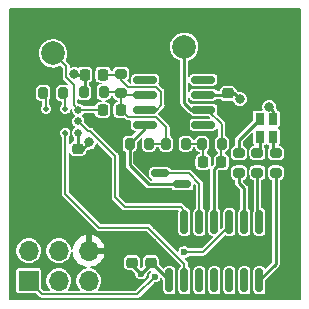
<source format=gbr>
%TF.GenerationSoftware,KiCad,Pcbnew,(6.0.1)*%
%TF.CreationDate,2022-02-08T09:51:35-07:00*%
%TF.ProjectId,NoteDetector,4e6f7465-4465-4746-9563-746f722e6b69,rev?*%
%TF.SameCoordinates,Original*%
%TF.FileFunction,Copper,L1,Top*%
%TF.FilePolarity,Positive*%
%FSLAX46Y46*%
G04 Gerber Fmt 4.6, Leading zero omitted, Abs format (unit mm)*
G04 Created by KiCad (PCBNEW (6.0.1)) date 2022-02-08 09:51:35*
%MOMM*%
%LPD*%
G01*
G04 APERTURE LIST*
G04 Aperture macros list*
%AMRoundRect*
0 Rectangle with rounded corners*
0 $1 Rounding radius*
0 $2 $3 $4 $5 $6 $7 $8 $9 X,Y pos of 4 corners*
0 Add a 4 corners polygon primitive as box body*
4,1,4,$2,$3,$4,$5,$6,$7,$8,$9,$2,$3,0*
0 Add four circle primitives for the rounded corners*
1,1,$1+$1,$2,$3*
1,1,$1+$1,$4,$5*
1,1,$1+$1,$6,$7*
1,1,$1+$1,$8,$9*
0 Add four rect primitives between the rounded corners*
20,1,$1+$1,$2,$3,$4,$5,0*
20,1,$1+$1,$4,$5,$6,$7,0*
20,1,$1+$1,$6,$7,$8,$9,0*
20,1,$1+$1,$8,$9,$2,$3,0*%
G04 Aperture macros list end*
%TA.AperFunction,SMDPad,CuDef*%
%ADD10RoundRect,0.225000X0.250000X-0.225000X0.250000X0.225000X-0.250000X0.225000X-0.250000X-0.225000X0*%
%TD*%
%TA.AperFunction,SMDPad,CuDef*%
%ADD11RoundRect,0.200000X0.200000X0.275000X-0.200000X0.275000X-0.200000X-0.275000X0.200000X-0.275000X0*%
%TD*%
%TA.AperFunction,SMDPad,CuDef*%
%ADD12RoundRect,0.200000X-0.275000X0.200000X-0.275000X-0.200000X0.275000X-0.200000X0.275000X0.200000X0*%
%TD*%
%TA.AperFunction,SMDPad,CuDef*%
%ADD13RoundRect,0.225000X-0.250000X0.225000X-0.250000X-0.225000X0.250000X-0.225000X0.250000X0.225000X0*%
%TD*%
%TA.AperFunction,ComponentPad*%
%ADD14C,2.000000*%
%TD*%
%TA.AperFunction,WasherPad*%
%ADD15C,0.970000*%
%TD*%
%TA.AperFunction,SMDPad,CuDef*%
%ADD16C,0.650000*%
%TD*%
%TA.AperFunction,SMDPad,CuDef*%
%ADD17C,0.460000*%
%TD*%
%TA.AperFunction,SMDPad,CuDef*%
%ADD18C,1.560000*%
%TD*%
%TA.AperFunction,SMDPad,CuDef*%
%ADD19RoundRect,0.225000X0.225000X0.250000X-0.225000X0.250000X-0.225000X-0.250000X0.225000X-0.250000X0*%
%TD*%
%TA.AperFunction,SMDPad,CuDef*%
%ADD20RoundRect,0.200000X0.275000X-0.200000X0.275000X0.200000X-0.275000X0.200000X-0.275000X-0.200000X0*%
%TD*%
%TA.AperFunction,SMDPad,CuDef*%
%ADD21RoundRect,0.150000X-0.587500X-0.150000X0.587500X-0.150000X0.587500X0.150000X-0.587500X0.150000X0*%
%TD*%
%TA.AperFunction,SMDPad,CuDef*%
%ADD22RoundRect,0.200000X-0.200000X-0.275000X0.200000X-0.275000X0.200000X0.275000X-0.200000X0.275000X0*%
%TD*%
%TA.AperFunction,SMDPad,CuDef*%
%ADD23R,0.800000X1.000000*%
%TD*%
%TA.AperFunction,SMDPad,CuDef*%
%ADD24RoundRect,0.150000X0.150000X-0.825000X0.150000X0.825000X-0.150000X0.825000X-0.150000X-0.825000X0*%
%TD*%
%TA.AperFunction,SMDPad,CuDef*%
%ADD25RoundRect,0.225000X-0.225000X-0.250000X0.225000X-0.250000X0.225000X0.250000X-0.225000X0.250000X0*%
%TD*%
%TA.AperFunction,SMDPad,CuDef*%
%ADD26RoundRect,0.150000X-0.825000X-0.150000X0.825000X-0.150000X0.825000X0.150000X-0.825000X0.150000X0*%
%TD*%
%TA.AperFunction,ComponentPad*%
%ADD27R,1.700000X1.700000*%
%TD*%
%TA.AperFunction,ComponentPad*%
%ADD28O,1.700000X1.700000*%
%TD*%
%TA.AperFunction,ViaPad*%
%ADD29C,0.600000*%
%TD*%
%TA.AperFunction,ViaPad*%
%ADD30C,0.800000*%
%TD*%
%TA.AperFunction,Conductor*%
%ADD31C,0.200000*%
%TD*%
%TA.AperFunction,Conductor*%
%ADD32C,0.254000*%
%TD*%
%TA.AperFunction,Conductor*%
%ADD33C,0.152400*%
%TD*%
G04 APERTURE END LIST*
D10*
%TO.P,C6,1*%
%TO.N,+BATT*%
X10600000Y-21675000D03*
%TO.P,C6,2*%
%TO.N,GND*%
X10600000Y-20125000D03*
%TD*%
D11*
%TO.P,R3,1*%
%TO.N,Net-(C2-Pad2)*%
X12025000Y-11600000D03*
%TO.P,R3,2*%
%TO.N,/AFE_gnd*%
X10375000Y-11600000D03*
%TD*%
D10*
%TO.P,C7,1*%
%TO.N,+BATT*%
X12150000Y-21675000D03*
%TO.P,C7,2*%
%TO.N,GND*%
X12150000Y-20125000D03*
%TD*%
D12*
%TO.P,R9,2*%
%TO.N,/PWM3*%
X22750000Y-14050000D03*
%TO.P,R9,1*%
%TO.N,Net-(D1-Pad2)*%
X22750000Y-12400000D03*
%TD*%
D13*
%TO.P,C4,1*%
%TO.N,GND*%
X18700000Y-5800000D03*
%TO.P,C4,2*%
%TO.N,+BATT*%
X18700000Y-7350000D03*
%TD*%
D14*
%TO.P,J4,1,Pin_1*%
%TO.N,/Audio_raw*%
X3900000Y-3950000D03*
%TD*%
D15*
%TO.P,U1,*%
%TO.N,*%
X3925000Y-9700000D03*
D16*
%TO.P,U1,1,Vout*%
%TO.N,/Audio_raw*%
X6025000Y-8740000D03*
D17*
%TO.P,U1,2,GA2*%
%TO.N,Net-(R1-Pad1)*%
X4925000Y-8640000D03*
%TO.P,U1,3,GA1*%
%TO.N,Net-(R1-Pad2)*%
X3285000Y-8640000D03*
%TO.P,U1,4,Gnd*%
%TO.N,GND*%
X3285000Y-10670000D03*
%TO.P,U1,5,Mode*%
%TO.N,/Mic_En*%
X4925000Y-10670000D03*
D16*
%TO.P,U1,6,Vdd*%
%TO.N,+BATT*%
X6025000Y-10670000D03*
%TO.P,U1,7,Dout*%
%TO.N,/Wake*%
X6025000Y-9700000D03*
D18*
%TO.P,U1,8,Gnd*%
%TO.N,GND*%
X3925000Y-9700000D03*
%TD*%
D12*
%TO.P,R7,1*%
%TO.N,Net-(D1-Pad4)*%
X19650000Y-12400000D03*
%TO.P,R7,2*%
%TO.N,/PWM1*%
X19650000Y-14050000D03*
%TD*%
D19*
%TO.P,C3,1*%
%TO.N,Net-(C3-Pad1)*%
X8125000Y-5750000D03*
%TO.P,C3,2*%
%TO.N,+BATT*%
X6575000Y-5750000D03*
%TD*%
D10*
%TO.P,C1,1*%
%TO.N,GND*%
X6000000Y-13575000D03*
%TO.P,C1,2*%
%TO.N,+BATT*%
X6000000Y-12025000D03*
%TD*%
D20*
%TO.P,R4,1*%
%TO.N,Net-(C2-Pad2)*%
X9650000Y-7325000D03*
%TO.P,R4,2*%
%TO.N,Net-(C3-Pad1)*%
X9650000Y-5675000D03*
%TD*%
D21*
%TO.P,Q1,1,G*%
%TO.N,/AFE_En*%
X12962500Y-14100000D03*
%TO.P,Q1,2,S*%
%TO.N,GND*%
X12962500Y-16000000D03*
%TO.P,Q1,3,D*%
%TO.N,/AFE_gnd*%
X14837500Y-15050000D03*
%TD*%
D12*
%TO.P,R8,1*%
%TO.N,Net-(D1-Pad3)*%
X21200000Y-12400000D03*
%TO.P,R8,2*%
%TO.N,/PWM2*%
X21200000Y-14050000D03*
%TD*%
D22*
%TO.P,R2,1*%
%TO.N,+BATT*%
X6525000Y-7250000D03*
%TO.P,R2,2*%
%TO.N,Net-(C2-Pad2)*%
X8175000Y-7250000D03*
%TD*%
D23*
%TO.P,D1,1,A*%
%TO.N,+BATT*%
X22500000Y-9500000D03*
%TO.P,D1,2,BK*%
%TO.N,Net-(D1-Pad2)*%
X22500000Y-11000000D03*
%TO.P,D1,3,GK*%
%TO.N,Net-(D1-Pad3)*%
X21400000Y-11000000D03*
%TO.P,D1,4,RK*%
%TO.N,Net-(D1-Pad4)*%
X21400000Y-9500000D03*
%TD*%
D22*
%TO.P,R6,1*%
%TO.N,Net-(C5-Pad2)*%
X16525000Y-11600000D03*
%TO.P,R6,2*%
%TO.N,/Audio_In*%
X18175000Y-11600000D03*
%TD*%
D24*
%TO.P,U3,1,VCC*%
%TO.N,+BATT*%
X13740000Y-23175000D03*
%TO.P,U3,2,PA4*%
%TO.N,/Mic_En*%
X15010000Y-23175000D03*
%TO.P,U3,3,PA5*%
%TO.N,unconnected-(U3-Pad3)*%
X16280000Y-23175000D03*
%TO.P,U3,4,PA6*%
%TO.N,unconnected-(U3-Pad4)*%
X17550000Y-23175000D03*
%TO.P,U3,5,PA7*%
%TO.N,unconnected-(U3-Pad5)*%
X18820000Y-23175000D03*
%TO.P,U3,6,PB3*%
%TO.N,unconnected-(U3-Pad6)*%
X20090000Y-23175000D03*
%TO.P,U3,7,PB2*%
%TO.N,/PWM3*%
X21360000Y-23175000D03*
%TO.P,U3,8,PB1*%
%TO.N,/PWM2*%
X21360000Y-18225000D03*
%TO.P,U3,9,PB0*%
%TO.N,/PWM1*%
X20090000Y-18225000D03*
%TO.P,U3,10,~{RESET}/PA0*%
%TO.N,/UPDI*%
X18820000Y-18225000D03*
%TO.P,U3,11,PA1*%
%TO.N,/Audio_In*%
X17550000Y-18225000D03*
%TO.P,U3,12,PA2*%
%TO.N,/AFE_En*%
X16280000Y-18225000D03*
%TO.P,U3,13,PA3*%
%TO.N,/Wake*%
X15010000Y-18225000D03*
%TO.P,U3,14,GND*%
%TO.N,GND*%
X13740000Y-18225000D03*
%TD*%
D25*
%TO.P,C2,1*%
%TO.N,/Audio_raw*%
X8100000Y-8750000D03*
%TO.P,C2,2*%
%TO.N,Net-(C2-Pad2)*%
X9650000Y-8750000D03*
%TD*%
D19*
%TO.P,C5,1*%
%TO.N,/Audio_In*%
X18150000Y-13150000D03*
%TO.P,C5,2*%
%TO.N,Net-(C5-Pad2)*%
X16600000Y-13150000D03*
%TD*%
D26*
%TO.P,U2,8,NC*%
%TO.N,unconnected-(U2-Pad8)*%
X16625000Y-6185000D03*
%TO.P,U2,7,V+*%
%TO.N,+BATT*%
X16625000Y-7455000D03*
%TO.P,U2,6*%
%TO.N,/Audio_In*%
X16625000Y-8725000D03*
%TO.P,U2,5,NULL*%
%TO.N,unconnected-(U2-Pad5)*%
X16625000Y-9995000D03*
%TO.P,U2,4,V-*%
%TO.N,/AFE_gnd*%
X11675000Y-9995000D03*
%TO.P,U2,3,+*%
%TO.N,Net-(C3-Pad1)*%
X11675000Y-8725000D03*
%TO.P,U2,2,-*%
%TO.N,Net-(C2-Pad2)*%
X11675000Y-7455000D03*
%TO.P,U2,1,NULL*%
%TO.N,unconnected-(U2-Pad1)*%
X11675000Y-6185000D03*
%TD*%
D14*
%TO.P,J3,1,Pin_1*%
%TO.N,/Audio_In*%
X15000000Y-3400000D03*
%TD*%
D22*
%TO.P,R5,1*%
%TO.N,Net-(C2-Pad2)*%
X13475000Y-11600000D03*
%TO.P,R5,2*%
%TO.N,Net-(C5-Pad2)*%
X15125000Y-11600000D03*
%TD*%
D11*
%TO.P,R1,1*%
%TO.N,Net-(R1-Pad1)*%
X4725000Y-7300000D03*
%TO.P,R1,2*%
%TO.N,Net-(R1-Pad2)*%
X3075000Y-7300000D03*
%TD*%
D27*
%TO.P,J1,1,Pin_1*%
%TO.N,/UPDI*%
X1825000Y-23200000D03*
D28*
%TO.P,J1,2,Pin_2*%
%TO.N,+BATT*%
X1825000Y-20660000D03*
%TO.P,J1,3,Pin_3*%
%TO.N,unconnected-(J1-Pad3)*%
X4365000Y-23200000D03*
%TO.P,J1,4,Pin_4*%
%TO.N,unconnected-(J1-Pad4)*%
X4365000Y-20660000D03*
%TO.P,J1,5,Pin_5*%
%TO.N,unconnected-(J1-Pad5)*%
X6905000Y-23200000D03*
%TO.P,J1,6,Pin_6*%
%TO.N,GND*%
X6905000Y-20660000D03*
%TD*%
D29*
%TO.N,GND*%
X11300000Y-19300000D03*
X4200000Y-15500000D03*
X9749500Y-15550000D03*
X12619803Y-18530197D03*
X8350000Y-15600000D03*
X5650000Y-15350000D03*
D30*
%TO.N,+BATT*%
X22200000Y-8500000D03*
X5700000Y-5700000D03*
X6950000Y-11500000D03*
X19700000Y-7800000D03*
D29*
X11350000Y-22600000D03*
%TO.N,/UPDI*%
X15000000Y-20775000D03*
X12500000Y-22850000D03*
%TD*%
D31*
%TO.N,/Mic_En*%
X7800000Y-18700000D02*
X4925000Y-15825000D01*
X11941783Y-18700000D02*
X7800000Y-18700000D01*
X4925000Y-15825000D02*
X4925000Y-10670000D01*
X15010000Y-21768217D02*
X11941783Y-18700000D01*
X15010000Y-23175000D02*
X15010000Y-21768217D01*
%TO.N,/UPDI*%
X18820000Y-18565717D02*
X18820000Y-18225000D01*
X16610717Y-20775000D02*
X18820000Y-18565717D01*
X15000000Y-20775000D02*
X16610717Y-20775000D01*
D32*
%TO.N,/AFE_gnd*%
X10375000Y-13425000D02*
X10375000Y-11600000D01*
D31*
%TO.N,/AFE_En*%
X16280000Y-15019283D02*
X16280000Y-18225000D01*
X12962500Y-14100000D02*
X15360717Y-14100000D01*
X15360717Y-14100000D02*
X16280000Y-15019283D01*
D32*
%TO.N,/AFE_gnd*%
X14837500Y-15050000D02*
X12000000Y-15050000D01*
X12000000Y-15050000D02*
X10375000Y-13425000D01*
%TO.N,+BATT*%
X6575000Y-5750000D02*
X6575000Y-7200000D01*
X6575000Y-7200000D02*
X6525000Y-7250000D01*
D31*
%TO.N,Net-(C2-Pad2)*%
X8175000Y-7250000D02*
X9575000Y-7250000D01*
X9575000Y-7250000D02*
X9650000Y-7325000D01*
D33*
%TO.N,GND*%
X12619803Y-18530197D02*
X13434803Y-18530197D01*
D31*
X3285000Y-10340000D02*
X3338440Y-10286560D01*
D33*
X10600000Y-20125000D02*
X10600000Y-20000000D01*
X13434803Y-18530197D02*
X13740000Y-18225000D01*
X10600000Y-20000000D02*
X11300000Y-19300000D01*
D31*
X3285000Y-10670000D02*
X3285000Y-10340000D01*
D32*
%TO.N,+BATT*%
X10600000Y-21675000D02*
X10600000Y-21850000D01*
X22500000Y-8800000D02*
X22200000Y-8500000D01*
X6425000Y-12025000D02*
X6000000Y-12025000D01*
X12240000Y-21675000D02*
X13740000Y-23175000D01*
X6025000Y-12000000D02*
X6000000Y-12025000D01*
X12150000Y-21675000D02*
X12240000Y-21675000D01*
X12150000Y-21800000D02*
X11350000Y-22600000D01*
X5750000Y-5750000D02*
X5700000Y-5700000D01*
X6575000Y-5750000D02*
X5750000Y-5750000D01*
X10600000Y-21850000D02*
X11350000Y-22600000D01*
X18700000Y-7350000D02*
X19250000Y-7350000D01*
X16625000Y-7455000D02*
X18595000Y-7455000D01*
X18595000Y-7455000D02*
X18700000Y-7350000D01*
X19250000Y-7350000D02*
X19700000Y-7800000D01*
X22500000Y-9500000D02*
X22500000Y-8800000D01*
X6950000Y-11500000D02*
X6425000Y-12025000D01*
X6025000Y-10670000D02*
X6025000Y-12000000D01*
X12150000Y-21675000D02*
X12150000Y-21800000D01*
D33*
%TO.N,Net-(C3-Pad1)*%
X13050000Y-8350000D02*
X12675000Y-8725000D01*
X10272769Y-6800000D02*
X12650000Y-6800000D01*
X9650000Y-5675000D02*
X9650000Y-6177231D01*
X13050000Y-7200000D02*
X13050000Y-8350000D01*
D31*
X8125000Y-5750000D02*
X9575000Y-5750000D01*
X9575000Y-5750000D02*
X9650000Y-5675000D01*
D33*
X12650000Y-6800000D02*
X13050000Y-7200000D01*
X12675000Y-8725000D02*
X11675000Y-8725000D01*
X9650000Y-6177231D02*
X10272769Y-6800000D01*
D32*
%TO.N,/Audio_In*%
X17550000Y-18225000D02*
X17550000Y-13750000D01*
D31*
X16965717Y-8725000D02*
X18175000Y-9934283D01*
D32*
X15575000Y-8725000D02*
X16625000Y-8725000D01*
X15000000Y-3400000D02*
X15000000Y-8150000D01*
D31*
X18150000Y-13150000D02*
X18150000Y-11625000D01*
X16625000Y-8725000D02*
X16965717Y-8725000D01*
D32*
X17550000Y-13750000D02*
X18150000Y-13150000D01*
D31*
X18175000Y-9934283D02*
X18175000Y-11600000D01*
X18150000Y-11625000D02*
X18175000Y-11600000D01*
D32*
X15000000Y-8150000D02*
X15575000Y-8725000D01*
D31*
%TO.N,Net-(C5-Pad2)*%
X15125000Y-11600000D02*
X16525000Y-11600000D01*
X16600000Y-11675000D02*
X16525000Y-11600000D01*
X16600000Y-13150000D02*
X16600000Y-11675000D01*
%TO.N,Net-(R1-Pad1)*%
X4725000Y-7300000D02*
X4925000Y-7500000D01*
X4925000Y-7500000D02*
X4925000Y-8640000D01*
%TO.N,Net-(R1-Pad2)*%
X3075000Y-7300000D02*
X3285000Y-7510000D01*
X3285000Y-7510000D02*
X3285000Y-8640000D01*
%TO.N,Net-(C2-Pad2)*%
X11675000Y-7455000D02*
X9780000Y-7455000D01*
X9780000Y-7455000D02*
X9650000Y-7325000D01*
X12025000Y-11600000D02*
X13475000Y-11600000D01*
D33*
X12650000Y-9350000D02*
X13475000Y-10175000D01*
X9650000Y-8750000D02*
X10250000Y-9350000D01*
D31*
X9650000Y-8750000D02*
X9650000Y-7325000D01*
D33*
X10250000Y-9350000D02*
X12650000Y-9350000D01*
X13475000Y-10175000D02*
X13475000Y-11600000D01*
D32*
%TO.N,/AFE_gnd*%
X11675000Y-9995000D02*
X11675000Y-10300000D01*
X11675000Y-10300000D02*
X10375000Y-11600000D01*
%TO.N,/PWM3*%
X22750000Y-14050000D02*
X22750000Y-21785000D01*
X22750000Y-21785000D02*
X21360000Y-23175000D01*
%TO.N,/PWM2*%
X21200000Y-18065000D02*
X21360000Y-18225000D01*
X21200000Y-14050000D02*
X21200000Y-18065000D01*
%TO.N,/PWM1*%
X20090000Y-18225000D02*
X20090000Y-15393429D01*
X20090000Y-15393429D02*
X19650000Y-14953429D01*
X19650000Y-14953429D02*
X19650000Y-14050000D01*
D31*
%TO.N,/UPDI*%
X12500000Y-22850000D02*
X11000489Y-24349511D01*
X2974511Y-24349511D02*
X1825000Y-23200000D01*
X11000489Y-24349511D02*
X2974511Y-24349511D01*
%TO.N,/Audio_raw*%
X8090000Y-8740000D02*
X6025000Y-8740000D01*
X5650000Y-6639259D02*
X5000000Y-5989259D01*
X5650000Y-8365000D02*
X5650000Y-6639259D01*
X8100000Y-8750000D02*
X8090000Y-8740000D01*
X5000000Y-5989259D02*
X5000000Y-5050000D01*
X6025000Y-8740000D02*
X5650000Y-8365000D01*
X5000000Y-5050000D02*
X3900000Y-3950000D01*
D32*
%TO.N,/Mic_En*%
X5000000Y-10745000D02*
X4925000Y-10670000D01*
D31*
%TO.N,/Wake*%
X6025000Y-9700000D02*
X6875000Y-10550000D01*
X14700480Y-16950480D02*
X15010000Y-17260000D01*
D32*
X15010000Y-18225000D02*
X15010000Y-17846099D01*
D31*
X9950480Y-16950480D02*
X14700480Y-16950480D01*
X9150000Y-16150000D02*
X9950480Y-16950480D01*
X7050000Y-10550000D02*
X9150000Y-12650000D01*
X15010000Y-17260000D02*
X15010000Y-18225000D01*
X9150000Y-12650000D02*
X9150000Y-16150000D01*
X6875000Y-10550000D02*
X7050000Y-10550000D01*
D32*
%TO.N,Net-(D1-Pad2)*%
X22500000Y-12150000D02*
X22750000Y-12400000D01*
X22500000Y-11000000D02*
X22500000Y-12150000D01*
%TO.N,Net-(D1-Pad3)*%
X21400000Y-11000000D02*
X21400000Y-12200000D01*
X21400000Y-12200000D02*
X21200000Y-12400000D01*
%TO.N,Net-(D1-Pad4)*%
X19650000Y-11250000D02*
X21400000Y-9500000D01*
X19650000Y-12400000D02*
X19650000Y-11250000D01*
%TD*%
%TA.AperFunction,Conductor*%
%TO.N,GND*%
G36*
X24821209Y-169547D02*
G01*
X24846861Y-213976D01*
X24848000Y-227000D01*
X24848000Y-24773000D01*
X24830453Y-24821209D01*
X24786024Y-24846861D01*
X24773000Y-24848000D01*
X227000Y-24848000D01*
X178791Y-24830453D01*
X153139Y-24786024D01*
X152000Y-24773000D01*
X152000Y-24069748D01*
X774500Y-24069748D01*
X786133Y-24128231D01*
X830448Y-24194552D01*
X896769Y-24238867D01*
X955252Y-24250500D01*
X2419463Y-24250500D01*
X2467672Y-24268047D01*
X2472496Y-24272467D01*
X2723470Y-24523441D01*
X2727020Y-24527553D01*
X2729086Y-24531780D01*
X2750294Y-24551453D01*
X2765679Y-24565725D01*
X2767706Y-24567677D01*
X2781788Y-24581759D01*
X2784638Y-24583714D01*
X2787220Y-24585860D01*
X2790292Y-24588558D01*
X2806079Y-24603202D01*
X2811157Y-24607912D01*
X2824334Y-24613169D01*
X2838962Y-24620980D01*
X2850657Y-24629003D01*
X2878280Y-24635558D01*
X2888755Y-24638871D01*
X2910214Y-24647432D01*
X2910217Y-24647433D01*
X2915133Y-24649394D01*
X2921426Y-24650011D01*
X2930405Y-24650011D01*
X2947722Y-24652038D01*
X2952839Y-24653252D01*
X2959577Y-24654851D01*
X2990107Y-24650696D01*
X3000222Y-24650011D01*
X10945965Y-24650011D01*
X10951382Y-24650409D01*
X10955831Y-24651936D01*
X11005703Y-24650064D01*
X11008516Y-24650011D01*
X11028437Y-24650011D01*
X11031831Y-24649379D01*
X11035190Y-24649069D01*
X11039263Y-24648805D01*
X11049401Y-24648424D01*
X11060780Y-24647997D01*
X11060782Y-24647997D01*
X11067697Y-24647737D01*
X11074054Y-24645006D01*
X11074058Y-24645005D01*
X11080725Y-24642140D01*
X11096594Y-24637318D01*
X11110542Y-24634720D01*
X11116434Y-24631088D01*
X11116437Y-24631087D01*
X11134713Y-24619821D01*
X11144457Y-24614759D01*
X11170552Y-24603547D01*
X11175438Y-24599533D01*
X11181786Y-24593185D01*
X11195464Y-24582373D01*
X11199944Y-24579612D01*
X11199946Y-24579611D01*
X11205837Y-24575979D01*
X11213635Y-24565725D01*
X11224487Y-24551453D01*
X11231154Y-24543817D01*
X12403171Y-23371800D01*
X12449667Y-23350118D01*
X12457573Y-23349846D01*
X12562499Y-23351770D01*
X12611941Y-23338291D01*
X12695662Y-23315466D01*
X12695666Y-23315464D01*
X12700817Y-23314060D01*
X12705367Y-23311266D01*
X12705370Y-23311265D01*
X12818436Y-23241842D01*
X12818437Y-23241841D01*
X12822991Y-23239045D01*
X12856442Y-23202089D01*
X12915617Y-23136713D01*
X12915618Y-23136711D01*
X12919200Y-23132754D01*
X12957632Y-23053430D01*
X12976165Y-23015179D01*
X13012976Y-22979444D01*
X13064144Y-22975732D01*
X13096692Y-22994846D01*
X13158235Y-23056390D01*
X13217533Y-23115688D01*
X13239215Y-23162185D01*
X13239500Y-23168720D01*
X13239500Y-24033218D01*
X13249642Y-24102112D01*
X13252213Y-24107348D01*
X13297043Y-24198656D01*
X13301068Y-24206855D01*
X13342542Y-24248256D01*
X13378895Y-24284546D01*
X13383650Y-24289293D01*
X13389219Y-24292015D01*
X13483254Y-24337981D01*
X13483257Y-24337982D01*
X13488482Y-24340536D01*
X13556782Y-24350500D01*
X13923218Y-24350500D01*
X13925932Y-24350100D01*
X13925938Y-24350100D01*
X13956302Y-24345630D01*
X13992112Y-24340358D01*
X14096855Y-24288932D01*
X14179293Y-24206350D01*
X14214476Y-24134374D01*
X14227981Y-24106746D01*
X14227982Y-24106743D01*
X14230536Y-24101518D01*
X14240500Y-24033218D01*
X14240500Y-22316782D01*
X14239461Y-22309719D01*
X14234940Y-22279015D01*
X14230358Y-22247888D01*
X14189954Y-22165594D01*
X14181664Y-22148709D01*
X14181663Y-22148708D01*
X14178932Y-22143145D01*
X14123723Y-22088032D01*
X14100738Y-22065087D01*
X14100737Y-22065086D01*
X14096350Y-22060707D01*
X14043514Y-22034880D01*
X13996746Y-22012019D01*
X13996743Y-22012018D01*
X13991518Y-22009464D01*
X13923218Y-21999500D01*
X13556782Y-21999500D01*
X13554068Y-21999900D01*
X13554062Y-21999900D01*
X13523698Y-22004370D01*
X13487888Y-22009642D01*
X13383145Y-22061068D01*
X13300707Y-22143650D01*
X13298633Y-22147893D01*
X13256933Y-22176550D01*
X13205866Y-22171630D01*
X13185125Y-22156971D01*
X12847467Y-21819313D01*
X12825785Y-21772817D01*
X12825500Y-21766280D01*
X12825500Y-21416512D01*
X12821880Y-21393652D01*
X12810642Y-21322700D01*
X12810641Y-21322698D01*
X12809719Y-21316874D01*
X12748528Y-21196780D01*
X12653220Y-21101472D01*
X12533126Y-21040281D01*
X12527302Y-21039359D01*
X12527300Y-21039358D01*
X12436395Y-21024960D01*
X12436390Y-21024960D01*
X12433488Y-21024500D01*
X11866512Y-21024500D01*
X11863610Y-21024960D01*
X11863605Y-21024960D01*
X11772700Y-21039358D01*
X11772698Y-21039359D01*
X11766874Y-21040281D01*
X11646780Y-21101472D01*
X11551472Y-21196780D01*
X11490281Y-21316874D01*
X11489359Y-21322698D01*
X11489358Y-21322700D01*
X11478121Y-21393652D01*
X11474500Y-21416512D01*
X11474500Y-21933488D01*
X11474961Y-21936396D01*
X11479304Y-21963821D01*
X11469514Y-22014181D01*
X11458261Y-22028585D01*
X11409325Y-22077521D01*
X11362830Y-22099202D01*
X11355841Y-22099486D01*
X11346226Y-22099427D01*
X11343168Y-22099408D01*
X11295068Y-22081564D01*
X11290597Y-22077442D01*
X11284904Y-22071749D01*
X11263222Y-22025253D01*
X11263860Y-22006984D01*
X11275039Y-21936397D01*
X11275039Y-21936396D01*
X11275500Y-21933488D01*
X11275500Y-21416512D01*
X11271880Y-21393652D01*
X11260642Y-21322700D01*
X11260641Y-21322698D01*
X11259719Y-21316874D01*
X11198528Y-21196780D01*
X11103220Y-21101472D01*
X10983126Y-21040281D01*
X10977302Y-21039359D01*
X10977300Y-21039358D01*
X10886395Y-21024960D01*
X10886390Y-21024960D01*
X10883488Y-21024500D01*
X10316512Y-21024500D01*
X10313610Y-21024960D01*
X10313605Y-21024960D01*
X10222700Y-21039358D01*
X10222698Y-21039359D01*
X10216874Y-21040281D01*
X10096780Y-21101472D01*
X10001472Y-21196780D01*
X9940281Y-21316874D01*
X9939359Y-21322698D01*
X9939358Y-21322700D01*
X9928121Y-21393652D01*
X9924500Y-21416512D01*
X9924500Y-21933488D01*
X9924960Y-21936390D01*
X9924960Y-21936395D01*
X9937026Y-22012575D01*
X9940281Y-22033126D01*
X10001472Y-22153220D01*
X10096780Y-22248528D01*
X10216874Y-22309719D01*
X10222698Y-22310641D01*
X10222700Y-22310642D01*
X10313605Y-22325040D01*
X10313610Y-22325040D01*
X10316512Y-22325500D01*
X10581280Y-22325500D01*
X10629489Y-22343047D01*
X10634313Y-22347467D01*
X10823230Y-22536385D01*
X10844912Y-22582882D01*
X10845141Y-22589005D01*
X10844391Y-22593823D01*
X10845083Y-22599115D01*
X10845083Y-22599119D01*
X10857926Y-22697330D01*
X10862980Y-22735979D01*
X10920720Y-22867203D01*
X10924159Y-22871294D01*
X10924160Y-22871296D01*
X10987563Y-22946723D01*
X11012970Y-22976948D01*
X11132313Y-23056390D01*
X11137409Y-23057982D01*
X11137411Y-23057983D01*
X11242798Y-23090907D01*
X11269157Y-23099142D01*
X11412499Y-23101770D01*
X11461941Y-23088291D01*
X11545662Y-23065466D01*
X11545666Y-23065464D01*
X11550817Y-23064060D01*
X11555367Y-23061266D01*
X11555370Y-23061265D01*
X11668436Y-22991842D01*
X11668437Y-22991841D01*
X11672991Y-22989045D01*
X11769200Y-22882754D01*
X11831710Y-22753733D01*
X11832596Y-22748468D01*
X11832597Y-22748464D01*
X11855015Y-22615214D01*
X11855015Y-22615212D01*
X11855496Y-22612354D01*
X11855564Y-22606846D01*
X11855612Y-22602901D01*
X11855612Y-22602895D01*
X11855647Y-22600000D01*
X11855237Y-22597135D01*
X11855048Y-22594235D01*
X11857033Y-22594106D01*
X11865858Y-22550277D01*
X11876852Y-22536302D01*
X11969640Y-22443515D01*
X12065688Y-22347467D01*
X12112185Y-22325785D01*
X12118721Y-22325500D01*
X12133844Y-22325500D01*
X12182053Y-22343047D01*
X12207705Y-22387476D01*
X12198796Y-22438000D01*
X12179980Y-22457569D01*
X12180870Y-22458614D01*
X12176799Y-22462078D01*
X12172280Y-22464930D01*
X12168742Y-22468936D01*
X12168741Y-22468937D01*
X12096905Y-22550277D01*
X12077377Y-22572388D01*
X12075108Y-22577220D01*
X12075107Y-22577222D01*
X12018716Y-22697330D01*
X12016447Y-22702163D01*
X11994391Y-22843823D01*
X11995083Y-22849115D01*
X11995083Y-22849119D01*
X11999640Y-22883966D01*
X11988492Y-22934043D01*
X11978306Y-22946723D01*
X10897985Y-24027044D01*
X10851489Y-24048726D01*
X10844952Y-24049011D01*
X7723751Y-24049011D01*
X7675542Y-24031464D01*
X7649890Y-23987035D01*
X7658799Y-23936511D01*
X7666976Y-23925005D01*
X7767564Y-23808472D01*
X7869323Y-23629344D01*
X7934351Y-23433863D01*
X7960171Y-23229474D01*
X7960583Y-23200000D01*
X7940480Y-22994970D01*
X7880935Y-22797749D01*
X7845274Y-22730679D01*
X7785941Y-22619089D01*
X7785940Y-22619087D01*
X7784218Y-22615849D01*
X7654011Y-22456200D01*
X7566244Y-22383593D01*
X7498102Y-22327220D01*
X7498097Y-22327217D01*
X7495275Y-22324882D01*
X7314055Y-22226897D01*
X7117254Y-22165977D01*
X7053791Y-22159307D01*
X7007680Y-22136818D01*
X6986813Y-22089950D01*
X7000953Y-22040634D01*
X7043485Y-22011946D01*
X7052100Y-22010326D01*
X7185255Y-21993269D01*
X7191262Y-21991992D01*
X7399252Y-21929592D01*
X7404966Y-21927352D01*
X7599973Y-21831819D01*
X7605241Y-21828679D01*
X7782036Y-21702573D01*
X7786713Y-21698621D01*
X7940530Y-21545339D01*
X7944512Y-21540660D01*
X8071226Y-21364318D01*
X8074387Y-21359057D01*
X8170597Y-21164392D01*
X8172860Y-21158678D01*
X8235985Y-20950910D01*
X8237282Y-20944907D01*
X8239625Y-20927112D01*
X8237291Y-20916586D01*
X8233921Y-20914000D01*
X6726000Y-20914000D01*
X6677791Y-20896453D01*
X6652139Y-20852024D01*
X6651000Y-20839000D01*
X6651000Y-20392775D01*
X7159000Y-20392775D01*
X7162688Y-20402907D01*
X7168045Y-20406000D01*
X8228234Y-20406000D01*
X8238366Y-20402312D01*
X8239597Y-20400180D01*
X8239530Y-20398321D01*
X8195704Y-20223847D01*
X8193730Y-20218047D01*
X8107138Y-20018896D01*
X8104242Y-20013496D01*
X7986291Y-19831171D01*
X7982541Y-19826301D01*
X7836405Y-19665701D01*
X7831904Y-19661504D01*
X7661505Y-19526931D01*
X7656380Y-19523526D01*
X7466276Y-19418582D01*
X7460684Y-19416069D01*
X7255983Y-19343581D01*
X7250058Y-19342015D01*
X7172019Y-19328114D01*
X7161399Y-19329968D01*
X7159000Y-19332816D01*
X7159000Y-20392775D01*
X6651000Y-20392775D01*
X6651000Y-19338212D01*
X6647312Y-19328080D01*
X6643850Y-19326081D01*
X6592253Y-19333977D01*
X6586282Y-19335399D01*
X6379870Y-19402865D01*
X6374224Y-19405238D01*
X6181601Y-19505512D01*
X6176415Y-19508777D01*
X6002757Y-19639164D01*
X5998174Y-19643232D01*
X5848145Y-19800229D01*
X5844284Y-19804997D01*
X5721911Y-19984389D01*
X5718885Y-19989716D01*
X5627455Y-20186685D01*
X5625336Y-20192445D01*
X5567306Y-20401691D01*
X5566154Y-20407733D01*
X5555123Y-20510957D01*
X5532553Y-20557029D01*
X5485650Y-20577814D01*
X5436359Y-20563587D01*
X5407744Y-20521005D01*
X5405906Y-20510307D01*
X5400838Y-20458623D01*
X5400480Y-20454970D01*
X5340935Y-20257749D01*
X5322909Y-20223847D01*
X5245941Y-20079089D01*
X5245940Y-20079087D01*
X5244218Y-20075849D01*
X5114011Y-19916200D01*
X4979590Y-19804997D01*
X4958102Y-19787220D01*
X4958097Y-19787217D01*
X4955275Y-19784882D01*
X4774055Y-19686897D01*
X4577254Y-19625977D01*
X4535280Y-19621565D01*
X4376017Y-19604826D01*
X4376013Y-19604826D01*
X4372369Y-19604443D01*
X4167203Y-19623114D01*
X4037444Y-19661304D01*
X3973088Y-19680245D01*
X3973086Y-19680246D01*
X3969572Y-19681280D01*
X3966321Y-19682980D01*
X3966320Y-19682980D01*
X3790257Y-19775024D01*
X3790255Y-19775026D01*
X3787002Y-19776726D01*
X3626447Y-19905815D01*
X3494024Y-20063630D01*
X3394776Y-20244162D01*
X3393667Y-20247657D01*
X3393666Y-20247660D01*
X3372478Y-20314454D01*
X3332484Y-20440532D01*
X3309520Y-20645262D01*
X3309827Y-20648918D01*
X3309827Y-20648919D01*
X3326425Y-20846573D01*
X3326759Y-20850553D01*
X3383544Y-21048586D01*
X3385220Y-21051848D01*
X3385222Y-21051852D01*
X3443060Y-21164392D01*
X3477712Y-21231818D01*
X3479990Y-21234692D01*
X3603397Y-21390394D01*
X3603400Y-21390397D01*
X3605677Y-21393270D01*
X3762564Y-21526791D01*
X3942398Y-21627297D01*
X3945884Y-21628430D01*
X3945887Y-21628431D01*
X4019254Y-21652269D01*
X4138329Y-21690959D01*
X4212701Y-21699827D01*
X4339243Y-21714916D01*
X4339246Y-21714916D01*
X4342894Y-21715351D01*
X4548300Y-21699546D01*
X4617189Y-21680312D01*
X4743191Y-21645132D01*
X4743194Y-21645131D01*
X4746725Y-21644145D01*
X4930610Y-21551258D01*
X4933499Y-21549001D01*
X4933502Y-21548999D01*
X5090061Y-21426682D01*
X5090062Y-21426681D01*
X5092951Y-21424424D01*
X5227564Y-21268472D01*
X5329323Y-21089344D01*
X5394351Y-20893863D01*
X5404522Y-20813347D01*
X5427973Y-20767719D01*
X5475267Y-20747838D01*
X5524276Y-20763008D01*
X5552067Y-20806131D01*
X5553807Y-20818430D01*
X5555430Y-20846573D01*
X5556284Y-20852649D01*
X5604024Y-21064484D01*
X5605859Y-21070341D01*
X5687559Y-21271545D01*
X5690321Y-21277012D01*
X5803782Y-21462164D01*
X5807407Y-21467118D01*
X5949589Y-21631257D01*
X5953965Y-21635541D01*
X6121043Y-21774252D01*
X6126074Y-21777775D01*
X6313563Y-21887335D01*
X6319094Y-21889985D01*
X6521951Y-21967448D01*
X6527853Y-21969163D01*
X6741231Y-22012575D01*
X6784974Y-22039380D01*
X6801252Y-22088032D01*
X6782450Y-22135766D01*
X6733075Y-22160760D01*
X6707203Y-22163114D01*
X6577444Y-22201304D01*
X6513088Y-22220245D01*
X6513086Y-22220246D01*
X6509572Y-22221280D01*
X6506321Y-22222980D01*
X6506320Y-22222980D01*
X6330257Y-22315024D01*
X6330255Y-22315026D01*
X6327002Y-22316726D01*
X6166447Y-22445815D01*
X6164090Y-22448624D01*
X6164088Y-22448626D01*
X6147045Y-22468937D01*
X6034024Y-22603630D01*
X5934776Y-22784162D01*
X5933667Y-22787657D01*
X5933666Y-22787660D01*
X5905026Y-22877946D01*
X5872484Y-22980532D01*
X5849520Y-23185262D01*
X5849827Y-23188918D01*
X5849827Y-23188919D01*
X5863364Y-23350118D01*
X5866759Y-23390553D01*
X5923544Y-23588586D01*
X5925220Y-23591848D01*
X5925222Y-23591852D01*
X6016035Y-23768555D01*
X6017712Y-23771818D01*
X6019990Y-23774692D01*
X6141044Y-23927425D01*
X6157238Y-23976105D01*
X6138352Y-24023806D01*
X6093223Y-24048206D01*
X6082267Y-24049011D01*
X5183751Y-24049011D01*
X5135542Y-24031464D01*
X5109890Y-23987035D01*
X5118799Y-23936511D01*
X5126976Y-23925005D01*
X5227564Y-23808472D01*
X5329323Y-23629344D01*
X5394351Y-23433863D01*
X5420171Y-23229474D01*
X5420583Y-23200000D01*
X5400480Y-22994970D01*
X5340935Y-22797749D01*
X5305274Y-22730679D01*
X5245941Y-22619089D01*
X5245940Y-22619087D01*
X5244218Y-22615849D01*
X5114011Y-22456200D01*
X5026244Y-22383593D01*
X4958102Y-22327220D01*
X4958097Y-22327217D01*
X4955275Y-22324882D01*
X4774055Y-22226897D01*
X4577254Y-22165977D01*
X4527617Y-22160760D01*
X4376017Y-22144826D01*
X4376013Y-22144826D01*
X4372369Y-22144443D01*
X4167203Y-22163114D01*
X4037444Y-22201304D01*
X3973088Y-22220245D01*
X3973086Y-22220246D01*
X3969572Y-22221280D01*
X3966321Y-22222980D01*
X3966320Y-22222980D01*
X3790257Y-22315024D01*
X3790255Y-22315026D01*
X3787002Y-22316726D01*
X3626447Y-22445815D01*
X3624090Y-22448624D01*
X3624088Y-22448626D01*
X3607045Y-22468937D01*
X3494024Y-22603630D01*
X3394776Y-22784162D01*
X3393667Y-22787657D01*
X3393666Y-22787660D01*
X3365026Y-22877946D01*
X3332484Y-22980532D01*
X3309520Y-23185262D01*
X3309827Y-23188918D01*
X3309827Y-23188919D01*
X3323364Y-23350118D01*
X3326759Y-23390553D01*
X3383544Y-23588586D01*
X3385220Y-23591848D01*
X3385222Y-23591852D01*
X3476035Y-23768555D01*
X3477712Y-23771818D01*
X3479990Y-23774692D01*
X3601044Y-23927425D01*
X3617238Y-23976105D01*
X3598352Y-24023806D01*
X3553223Y-24048206D01*
X3542267Y-24049011D01*
X3130048Y-24049011D01*
X3081839Y-24031464D01*
X3077015Y-24027044D01*
X2897467Y-23847496D01*
X2875785Y-23801000D01*
X2875500Y-23794463D01*
X2875500Y-22330252D01*
X2863867Y-22271769D01*
X2819552Y-22205448D01*
X2753231Y-22161133D01*
X2694748Y-22149500D01*
X955252Y-22149500D01*
X896769Y-22161133D01*
X830448Y-22205448D01*
X786133Y-22271769D01*
X774500Y-22330252D01*
X774500Y-24069748D01*
X152000Y-24069748D01*
X152000Y-20645262D01*
X769520Y-20645262D01*
X769827Y-20648918D01*
X769827Y-20648919D01*
X786425Y-20846573D01*
X786759Y-20850553D01*
X843544Y-21048586D01*
X845220Y-21051848D01*
X845222Y-21051852D01*
X903060Y-21164392D01*
X937712Y-21231818D01*
X939990Y-21234692D01*
X1063397Y-21390394D01*
X1063400Y-21390397D01*
X1065677Y-21393270D01*
X1222564Y-21526791D01*
X1402398Y-21627297D01*
X1405884Y-21628430D01*
X1405887Y-21628431D01*
X1479254Y-21652269D01*
X1598329Y-21690959D01*
X1672701Y-21699827D01*
X1799243Y-21714916D01*
X1799246Y-21714916D01*
X1802894Y-21715351D01*
X2008300Y-21699546D01*
X2077189Y-21680312D01*
X2203191Y-21645132D01*
X2203194Y-21645131D01*
X2206725Y-21644145D01*
X2390610Y-21551258D01*
X2393499Y-21549001D01*
X2393502Y-21548999D01*
X2550061Y-21426682D01*
X2550062Y-21426681D01*
X2552951Y-21424424D01*
X2687564Y-21268472D01*
X2789323Y-21089344D01*
X2854351Y-20893863D01*
X2880171Y-20689474D01*
X2880583Y-20660000D01*
X2877364Y-20627163D01*
X2860838Y-20458623D01*
X2860480Y-20454970D01*
X2800935Y-20257749D01*
X2782909Y-20223847D01*
X2705941Y-20079089D01*
X2705940Y-20079087D01*
X2704218Y-20075849D01*
X2574011Y-19916200D01*
X2439590Y-19804997D01*
X2418102Y-19787220D01*
X2418097Y-19787217D01*
X2415275Y-19784882D01*
X2234055Y-19686897D01*
X2037254Y-19625977D01*
X1995280Y-19621565D01*
X1836017Y-19604826D01*
X1836013Y-19604826D01*
X1832369Y-19604443D01*
X1627203Y-19623114D01*
X1497444Y-19661304D01*
X1433088Y-19680245D01*
X1433086Y-19680246D01*
X1429572Y-19681280D01*
X1426321Y-19682980D01*
X1426320Y-19682980D01*
X1250257Y-19775024D01*
X1250255Y-19775026D01*
X1247002Y-19776726D01*
X1086447Y-19905815D01*
X954024Y-20063630D01*
X854776Y-20244162D01*
X853667Y-20247657D01*
X853666Y-20247660D01*
X832478Y-20314454D01*
X792484Y-20440532D01*
X769520Y-20645262D01*
X152000Y-20645262D01*
X152000Y-6993481D01*
X2474500Y-6993481D01*
X2474501Y-7606518D01*
X2479521Y-7638218D01*
X2488430Y-7694473D01*
X2488431Y-7694476D01*
X2489354Y-7700304D01*
X2546950Y-7813342D01*
X2636658Y-7903050D01*
X2749696Y-7960646D01*
X2755520Y-7961568D01*
X2755522Y-7961569D01*
X2840574Y-7975040D01*
X2840579Y-7975040D01*
X2843481Y-7975500D01*
X2909500Y-7975500D01*
X2957709Y-7993047D01*
X2983361Y-8037476D01*
X2984500Y-8050500D01*
X2984500Y-8301487D01*
X2965715Y-8351134D01*
X2921485Y-8401215D01*
X2919213Y-8406054D01*
X2895151Y-8457305D01*
X2869077Y-8512840D01*
X2850105Y-8634686D01*
X2850797Y-8639978D01*
X2850797Y-8639981D01*
X2857694Y-8692720D01*
X2866095Y-8756960D01*
X2868247Y-8761851D01*
X2913609Y-8864947D01*
X2913611Y-8864950D01*
X2915759Y-8869832D01*
X2919194Y-8873919D01*
X2919195Y-8873920D01*
X2982290Y-8948980D01*
X2995107Y-8964228D01*
X3051058Y-9001472D01*
X3081930Y-9022022D01*
X3097759Y-9032559D01*
X3215463Y-9069332D01*
X3338758Y-9071592D01*
X3365805Y-9064218D01*
X3407126Y-9052953D01*
X3458252Y-9057201D01*
X3494687Y-9093319D01*
X3499381Y-9144407D01*
X3476156Y-9181829D01*
X3472099Y-9185368D01*
X3415238Y-9234970D01*
X3415235Y-9234974D01*
X3411832Y-9237942D01*
X3409233Y-9241639D01*
X3409232Y-9241641D01*
X3401094Y-9253220D01*
X3316429Y-9373687D01*
X3256159Y-9528271D01*
X3234503Y-9692769D01*
X3234999Y-9697262D01*
X3234999Y-9697265D01*
X3249017Y-9824230D01*
X3252710Y-9857684D01*
X3291001Y-9962318D01*
X3299136Y-9984548D01*
X3309729Y-10013496D01*
X3312249Y-10017247D01*
X3312250Y-10017248D01*
X3394446Y-10139569D01*
X3402268Y-10151210D01*
X3405610Y-10154251D01*
X3416028Y-10163731D01*
X3524986Y-10262874D01*
X3548859Y-10275836D01*
X3665832Y-10339347D01*
X3670797Y-10342043D01*
X3675167Y-10343190D01*
X3675171Y-10343191D01*
X3745306Y-10361590D01*
X3831284Y-10384146D01*
X3997181Y-10386752D01*
X4001585Y-10385743D01*
X4001588Y-10385743D01*
X4116730Y-10359372D01*
X4158910Y-10349711D01*
X4297105Y-10280206D01*
X4303100Y-10277191D01*
X4303101Y-10277191D01*
X4307136Y-10275161D01*
X4310569Y-10272229D01*
X4310572Y-10272227D01*
X4429861Y-10170345D01*
X4433301Y-10167407D01*
X4530120Y-10032668D01*
X4592006Y-9878724D01*
X4611998Y-9738254D01*
X4615039Y-9716887D01*
X4615039Y-9716883D01*
X4615384Y-9714461D01*
X4615535Y-9700000D01*
X4610611Y-9659312D01*
X4596146Y-9539776D01*
X4596145Y-9539773D01*
X4595602Y-9535284D01*
X4590789Y-9522545D01*
X4538555Y-9384312D01*
X4538555Y-9384311D01*
X4536955Y-9380078D01*
X4442978Y-9243341D01*
X4439601Y-9240332D01*
X4322477Y-9135978D01*
X4322474Y-9135976D01*
X4319098Y-9132968D01*
X4172466Y-9055330D01*
X4168078Y-9054228D01*
X4168076Y-9054227D01*
X4015932Y-9016011D01*
X4015929Y-9016011D01*
X4011547Y-9014910D01*
X4007031Y-9014886D01*
X4007028Y-9014886D01*
X3927965Y-9014472D01*
X3845632Y-9014041D01*
X3684299Y-9052774D01*
X3681213Y-9054367D01*
X3630280Y-9054723D01*
X3590750Y-9022022D01*
X3581488Y-8971562D01*
X3599834Y-8933737D01*
X3600021Y-8933531D01*
X3645571Y-8883208D01*
X3699338Y-8772232D01*
X3700224Y-8766967D01*
X3700225Y-8766963D01*
X3719316Y-8653486D01*
X3719316Y-8653484D01*
X3719797Y-8650626D01*
X3719833Y-8647721D01*
X3719892Y-8642901D01*
X3719892Y-8642895D01*
X3719927Y-8640000D01*
X3702445Y-8517930D01*
X3697932Y-8508003D01*
X3653616Y-8410537D01*
X3651405Y-8405674D01*
X3626034Y-8376230D01*
X3603683Y-8350290D01*
X3585500Y-8301333D01*
X3585500Y-7860295D01*
X3599651Y-7816741D01*
X3603050Y-7813342D01*
X3660646Y-7700304D01*
X3667732Y-7655567D01*
X3675040Y-7609426D01*
X3675040Y-7609421D01*
X3675500Y-7606519D01*
X3675499Y-6993482D01*
X3667589Y-6943538D01*
X3661570Y-6905527D01*
X3661569Y-6905524D01*
X3660646Y-6899696D01*
X3603050Y-6786658D01*
X3513342Y-6696950D01*
X3400304Y-6639354D01*
X3394480Y-6638432D01*
X3394478Y-6638431D01*
X3309426Y-6624960D01*
X3309421Y-6624960D01*
X3306519Y-6624500D01*
X3075040Y-6624500D01*
X2843482Y-6624501D01*
X2801516Y-6631147D01*
X2755527Y-6638430D01*
X2755524Y-6638431D01*
X2749696Y-6639354D01*
X2636658Y-6696950D01*
X2546950Y-6786658D01*
X2489354Y-6899696D01*
X2488432Y-6905520D01*
X2488431Y-6905522D01*
X2479068Y-6964642D01*
X2474500Y-6993481D01*
X152000Y-6993481D01*
X152000Y-3918440D01*
X2694770Y-3918440D01*
X2709200Y-4138604D01*
X2710046Y-4141936D01*
X2710047Y-4141941D01*
X2721085Y-4185401D01*
X2763511Y-4352452D01*
X2764948Y-4355569D01*
X2764949Y-4355572D01*
X2804046Y-4440379D01*
X2855883Y-4552821D01*
X2857866Y-4555626D01*
X2857866Y-4555627D01*
X2981237Y-4730194D01*
X2981240Y-4730197D01*
X2983222Y-4733002D01*
X3141264Y-4886961D01*
X3144118Y-4888868D01*
X3144123Y-4888872D01*
X3321855Y-5007628D01*
X3324717Y-5009540D01*
X3327879Y-5010899D01*
X3327880Y-5010899D01*
X3524279Y-5095279D01*
X3524282Y-5095280D01*
X3527436Y-5096635D01*
X3530783Y-5097392D01*
X3530785Y-5097393D01*
X3739277Y-5144570D01*
X3739279Y-5144570D01*
X3742632Y-5145329D01*
X3963098Y-5153991D01*
X4181452Y-5122331D01*
X4390379Y-5051410D01*
X4460111Y-5012358D01*
X4510747Y-5004111D01*
X4549791Y-5024762D01*
X4677533Y-5152504D01*
X4699215Y-5199000D01*
X4699500Y-5205537D01*
X4699500Y-5934735D01*
X4699102Y-5940152D01*
X4697575Y-5944601D01*
X4697835Y-5951523D01*
X4699447Y-5994473D01*
X4699500Y-5997286D01*
X4699500Y-6017207D01*
X4700132Y-6020601D01*
X4700442Y-6023960D01*
X4700706Y-6028033D01*
X4701774Y-6056467D01*
X4704505Y-6062824D01*
X4704506Y-6062828D01*
X4707371Y-6069495D01*
X4712193Y-6085364D01*
X4714791Y-6099312D01*
X4718423Y-6105204D01*
X4718424Y-6105207D01*
X4729690Y-6123483D01*
X4734752Y-6133227D01*
X4745964Y-6159322D01*
X4749978Y-6164208D01*
X4756326Y-6170556D01*
X4767137Y-6184233D01*
X4773532Y-6194607D01*
X4779042Y-6198797D01*
X4779043Y-6198798D01*
X4798058Y-6213257D01*
X4805694Y-6219924D01*
X5094804Y-6509034D01*
X5116486Y-6555530D01*
X5103207Y-6605085D01*
X5061182Y-6634511D01*
X5030039Y-6636144D01*
X4989304Y-6629693D01*
X4956519Y-6624500D01*
X4725040Y-6624500D01*
X4493482Y-6624501D01*
X4451516Y-6631147D01*
X4405527Y-6638430D01*
X4405524Y-6638431D01*
X4399696Y-6639354D01*
X4286658Y-6696950D01*
X4196950Y-6786658D01*
X4139354Y-6899696D01*
X4138432Y-6905520D01*
X4138431Y-6905522D01*
X4129068Y-6964642D01*
X4124500Y-6993481D01*
X4124501Y-7606518D01*
X4129521Y-7638218D01*
X4138430Y-7694473D01*
X4138431Y-7694476D01*
X4139354Y-7700304D01*
X4196950Y-7813342D01*
X4286658Y-7903050D01*
X4399696Y-7960646D01*
X4405520Y-7961568D01*
X4405522Y-7961569D01*
X4490574Y-7975040D01*
X4490579Y-7975040D01*
X4493481Y-7975500D01*
X4549500Y-7975500D01*
X4597709Y-7993047D01*
X4623361Y-8037476D01*
X4624500Y-8050500D01*
X4624500Y-8301487D01*
X4605715Y-8351134D01*
X4561485Y-8401215D01*
X4559213Y-8406054D01*
X4535151Y-8457305D01*
X4509077Y-8512840D01*
X4490105Y-8634686D01*
X4490797Y-8639978D01*
X4490797Y-8639981D01*
X4497694Y-8692720D01*
X4506095Y-8756960D01*
X4508247Y-8761851D01*
X4553609Y-8864947D01*
X4553611Y-8864950D01*
X4555759Y-8869832D01*
X4559194Y-8873919D01*
X4559195Y-8873920D01*
X4622290Y-8948980D01*
X4635107Y-8964228D01*
X4691058Y-9001472D01*
X4721930Y-9022022D01*
X4737759Y-9032559D01*
X4855463Y-9069332D01*
X4978758Y-9071592D01*
X4983911Y-9070187D01*
X4983912Y-9070187D01*
X5092580Y-9040560D01*
X5097730Y-9039156D01*
X5202817Y-8974633D01*
X5285571Y-8883208D01*
X5339338Y-8772232D01*
X5340224Y-8766967D01*
X5340225Y-8766963D01*
X5346646Y-8728794D01*
X5371948Y-8684164D01*
X5420018Y-8666239D01*
X5468363Y-8683407D01*
X5494363Y-8727634D01*
X5495277Y-8737629D01*
X5494965Y-8740000D01*
X5513026Y-8877183D01*
X5565976Y-9005017D01*
X5592172Y-9039156D01*
X5647215Y-9110890D01*
X5647218Y-9110893D01*
X5650209Y-9114791D01*
X5654107Y-9117782D01*
X5654108Y-9117783D01*
X5709777Y-9160500D01*
X5737341Y-9203769D01*
X5730644Y-9254633D01*
X5709780Y-9279498D01*
X5650209Y-9325209D01*
X5565976Y-9434983D01*
X5513026Y-9562817D01*
X5494965Y-9700000D01*
X5513026Y-9837183D01*
X5565976Y-9965017D01*
X5599383Y-10008553D01*
X5647215Y-10070890D01*
X5647218Y-10070893D01*
X5650209Y-10074791D01*
X5654107Y-10077782D01*
X5654108Y-10077783D01*
X5716293Y-10125500D01*
X5743857Y-10168769D01*
X5737160Y-10219633D01*
X5716296Y-10244499D01*
X5650209Y-10295209D01*
X5647214Y-10299112D01*
X5636058Y-10313651D01*
X5565976Y-10404983D01*
X5513026Y-10532817D01*
X5508966Y-10563655D01*
X5501519Y-10620218D01*
X5477830Y-10665724D01*
X5466781Y-10670301D01*
X5475117Y-10673261D01*
X5501719Y-10721301D01*
X5513026Y-10807183D01*
X5549118Y-10894318D01*
X5562616Y-10926904D01*
X5565976Y-10935017D01*
X5618303Y-11003210D01*
X5643648Y-11036240D01*
X5650209Y-11044791D01*
X5654111Y-11047785D01*
X5668157Y-11058563D01*
X5695722Y-11101831D01*
X5697500Y-11118064D01*
X5697500Y-11313455D01*
X5679953Y-11361664D01*
X5634231Y-11387532D01*
X5616874Y-11390281D01*
X5496780Y-11451472D01*
X5401472Y-11546780D01*
X5390381Y-11568548D01*
X5367325Y-11613797D01*
X5329805Y-11648786D01*
X5278572Y-11651471D01*
X5237600Y-11620596D01*
X5225500Y-11579748D01*
X5225500Y-11013721D01*
X5243047Y-10965512D01*
X5247467Y-10960688D01*
X5272411Y-10935744D01*
X5276533Y-10926904D01*
X5282132Y-10917007D01*
X5285571Y-10913208D01*
X5339338Y-10802232D01*
X5353400Y-10718648D01*
X5378702Y-10674018D01*
X5385927Y-10671324D01*
X5381504Y-10669929D01*
X5353939Y-10626661D01*
X5352918Y-10621060D01*
X5342445Y-10547930D01*
X5337932Y-10538003D01*
X5312826Y-10482787D01*
X5291405Y-10435674D01*
X5210910Y-10342255D01*
X5196362Y-10332825D01*
X5133714Y-10292219D01*
X5107431Y-10275183D01*
X5008493Y-10245594D01*
X4994409Y-10241382D01*
X4994408Y-10241382D01*
X4989286Y-10239850D01*
X4983945Y-10239817D01*
X4983942Y-10239817D01*
X4929441Y-10239485D01*
X4865974Y-10239097D01*
X4860843Y-10240563D01*
X4860839Y-10240564D01*
X4752544Y-10271515D01*
X4752541Y-10271517D01*
X4747406Y-10272984D01*
X4721052Y-10289612D01*
X4651040Y-10333786D01*
X4643115Y-10338786D01*
X4639577Y-10342792D01*
X4639576Y-10342793D01*
X4627706Y-10356233D01*
X4561485Y-10431215D01*
X4509077Y-10542840D01*
X4490105Y-10664686D01*
X4490797Y-10669978D01*
X4490797Y-10669981D01*
X4498033Y-10725310D01*
X4506095Y-10786960D01*
X4508247Y-10791851D01*
X4553609Y-10894947D01*
X4553611Y-10894950D01*
X4555759Y-10899832D01*
X4559194Y-10903918D01*
X4559195Y-10903920D01*
X4576881Y-10924960D01*
X4595897Y-10947581D01*
X4606911Y-10960684D01*
X4624500Y-11008943D01*
X4624500Y-15770476D01*
X4624102Y-15775893D01*
X4622575Y-15780342D01*
X4622835Y-15787264D01*
X4624447Y-15830214D01*
X4624500Y-15833027D01*
X4624500Y-15852948D01*
X4625132Y-15856342D01*
X4625442Y-15859701D01*
X4625706Y-15863774D01*
X4626774Y-15892208D01*
X4629505Y-15898565D01*
X4629506Y-15898569D01*
X4632371Y-15905236D01*
X4637193Y-15921105D01*
X4639791Y-15935053D01*
X4643423Y-15940945D01*
X4643424Y-15940948D01*
X4654690Y-15959224D01*
X4659752Y-15968968D01*
X4670964Y-15995063D01*
X4674978Y-15999949D01*
X4681326Y-16006297D01*
X4692137Y-16019974D01*
X4698532Y-16030348D01*
X4704042Y-16034538D01*
X4704043Y-16034539D01*
X4723058Y-16048998D01*
X4730694Y-16055665D01*
X7548959Y-18873930D01*
X7552509Y-18878042D01*
X7554575Y-18882269D01*
X7589214Y-18914402D01*
X7591168Y-18916214D01*
X7593195Y-18918166D01*
X7607277Y-18932248D01*
X7610127Y-18934203D01*
X7612709Y-18936349D01*
X7615781Y-18939047D01*
X7631568Y-18953691D01*
X7636646Y-18958401D01*
X7649823Y-18963658D01*
X7664451Y-18971469D01*
X7676146Y-18979492D01*
X7703769Y-18986047D01*
X7714244Y-18989360D01*
X7735703Y-18997921D01*
X7735706Y-18997922D01*
X7740622Y-18999883D01*
X7746915Y-19000500D01*
X7755894Y-19000500D01*
X7773211Y-19002527D01*
X7778328Y-19003741D01*
X7785066Y-19005340D01*
X7815596Y-19001185D01*
X7825711Y-19000500D01*
X11786246Y-19000500D01*
X11834455Y-19018047D01*
X11839279Y-19022467D01*
X14687533Y-21870721D01*
X14709215Y-21917217D01*
X14709500Y-21923754D01*
X14709500Y-21986671D01*
X14691953Y-22034880D01*
X14667554Y-22053994D01*
X14653145Y-22061068D01*
X14570707Y-22143650D01*
X14557030Y-22171630D01*
X14522019Y-22243254D01*
X14522018Y-22243257D01*
X14519464Y-22248482D01*
X14509500Y-22316782D01*
X14509500Y-24033218D01*
X14519642Y-24102112D01*
X14522213Y-24107348D01*
X14567043Y-24198656D01*
X14571068Y-24206855D01*
X14612542Y-24248256D01*
X14648895Y-24284546D01*
X14653650Y-24289293D01*
X14659219Y-24292015D01*
X14753254Y-24337981D01*
X14753257Y-24337982D01*
X14758482Y-24340536D01*
X14826782Y-24350500D01*
X15193218Y-24350500D01*
X15195932Y-24350100D01*
X15195938Y-24350100D01*
X15226302Y-24345630D01*
X15262112Y-24340358D01*
X15366855Y-24288932D01*
X15449293Y-24206350D01*
X15484476Y-24134374D01*
X15497981Y-24106746D01*
X15497982Y-24106743D01*
X15500536Y-24101518D01*
X15510500Y-24033218D01*
X15779500Y-24033218D01*
X15789642Y-24102112D01*
X15792213Y-24107348D01*
X15837043Y-24198656D01*
X15841068Y-24206855D01*
X15882542Y-24248256D01*
X15918895Y-24284546D01*
X15923650Y-24289293D01*
X15929219Y-24292015D01*
X16023254Y-24337981D01*
X16023257Y-24337982D01*
X16028482Y-24340536D01*
X16096782Y-24350500D01*
X16463218Y-24350500D01*
X16465932Y-24350100D01*
X16465938Y-24350100D01*
X16496302Y-24345630D01*
X16532112Y-24340358D01*
X16636855Y-24288932D01*
X16719293Y-24206350D01*
X16754476Y-24134374D01*
X16767981Y-24106746D01*
X16767982Y-24106743D01*
X16770536Y-24101518D01*
X16780500Y-24033218D01*
X17049500Y-24033218D01*
X17059642Y-24102112D01*
X17062213Y-24107348D01*
X17107043Y-24198656D01*
X17111068Y-24206855D01*
X17152542Y-24248256D01*
X17188895Y-24284546D01*
X17193650Y-24289293D01*
X17199219Y-24292015D01*
X17293254Y-24337981D01*
X17293257Y-24337982D01*
X17298482Y-24340536D01*
X17366782Y-24350500D01*
X17733218Y-24350500D01*
X17735932Y-24350100D01*
X17735938Y-24350100D01*
X17766302Y-24345630D01*
X17802112Y-24340358D01*
X17906855Y-24288932D01*
X17989293Y-24206350D01*
X18024476Y-24134374D01*
X18037981Y-24106746D01*
X18037982Y-24106743D01*
X18040536Y-24101518D01*
X18050500Y-24033218D01*
X18319500Y-24033218D01*
X18329642Y-24102112D01*
X18332213Y-24107348D01*
X18377043Y-24198656D01*
X18381068Y-24206855D01*
X18422542Y-24248256D01*
X18458895Y-24284546D01*
X18463650Y-24289293D01*
X18469219Y-24292015D01*
X18563254Y-24337981D01*
X18563257Y-24337982D01*
X18568482Y-24340536D01*
X18636782Y-24350500D01*
X19003218Y-24350500D01*
X19005932Y-24350100D01*
X19005938Y-24350100D01*
X19036302Y-24345630D01*
X19072112Y-24340358D01*
X19176855Y-24288932D01*
X19259293Y-24206350D01*
X19294476Y-24134374D01*
X19307981Y-24106746D01*
X19307982Y-24106743D01*
X19310536Y-24101518D01*
X19320500Y-24033218D01*
X19589500Y-24033218D01*
X19599642Y-24102112D01*
X19602213Y-24107348D01*
X19647043Y-24198656D01*
X19651068Y-24206855D01*
X19692542Y-24248256D01*
X19728895Y-24284546D01*
X19733650Y-24289293D01*
X19739219Y-24292015D01*
X19833254Y-24337981D01*
X19833257Y-24337982D01*
X19838482Y-24340536D01*
X19906782Y-24350500D01*
X20273218Y-24350500D01*
X20275932Y-24350100D01*
X20275938Y-24350100D01*
X20306302Y-24345630D01*
X20342112Y-24340358D01*
X20446855Y-24288932D01*
X20529293Y-24206350D01*
X20564476Y-24134374D01*
X20577981Y-24106746D01*
X20577982Y-24106743D01*
X20580536Y-24101518D01*
X20590500Y-24033218D01*
X20859500Y-24033218D01*
X20869642Y-24102112D01*
X20872213Y-24107348D01*
X20917043Y-24198656D01*
X20921068Y-24206855D01*
X20962542Y-24248256D01*
X20998895Y-24284546D01*
X21003650Y-24289293D01*
X21009219Y-24292015D01*
X21103254Y-24337981D01*
X21103257Y-24337982D01*
X21108482Y-24340536D01*
X21176782Y-24350500D01*
X21543218Y-24350500D01*
X21545932Y-24350100D01*
X21545938Y-24350100D01*
X21576302Y-24345630D01*
X21612112Y-24340358D01*
X21716855Y-24288932D01*
X21799293Y-24206350D01*
X21834476Y-24134374D01*
X21847981Y-24106746D01*
X21847982Y-24106743D01*
X21850536Y-24101518D01*
X21860500Y-24033218D01*
X21860500Y-23168720D01*
X21878047Y-23120511D01*
X21882467Y-23115687D01*
X22420933Y-22577222D01*
X22969151Y-22029004D01*
X22973975Y-22024583D01*
X22999726Y-22002976D01*
X22999727Y-22002975D01*
X23004750Y-21998760D01*
X23008029Y-21993080D01*
X23008032Y-21993077D01*
X23024835Y-21963972D01*
X23028351Y-21958453D01*
X23047631Y-21930919D01*
X23047634Y-21930914D01*
X23051394Y-21925543D01*
X23053091Y-21919208D01*
X23055363Y-21914337D01*
X23057377Y-21909475D01*
X23059216Y-21904422D01*
X23062497Y-21898739D01*
X23069478Y-21859147D01*
X23070885Y-21852804D01*
X23081287Y-21813984D01*
X23077785Y-21773960D01*
X23077500Y-21767423D01*
X23077500Y-14711233D01*
X23095047Y-14663024D01*
X23140770Y-14637156D01*
X23144471Y-14636570D01*
X23144472Y-14636570D01*
X23150304Y-14635646D01*
X23263342Y-14578050D01*
X23353050Y-14488342D01*
X23410646Y-14375304D01*
X23413490Y-14357348D01*
X23425040Y-14284426D01*
X23425040Y-14284421D01*
X23425500Y-14281519D01*
X23425499Y-13818482D01*
X23416918Y-13764297D01*
X23411570Y-13730527D01*
X23411569Y-13730524D01*
X23410646Y-13724696D01*
X23353050Y-13611658D01*
X23263342Y-13521950D01*
X23150304Y-13464354D01*
X23144480Y-13463432D01*
X23144478Y-13463431D01*
X23059426Y-13449960D01*
X23059421Y-13449960D01*
X23056519Y-13449500D01*
X23053573Y-13449500D01*
X22750001Y-13449501D01*
X22443482Y-13449501D01*
X22401516Y-13456147D01*
X22355527Y-13463430D01*
X22355524Y-13463431D01*
X22349696Y-13464354D01*
X22236658Y-13521950D01*
X22146950Y-13611658D01*
X22089354Y-13724696D01*
X22088432Y-13730520D01*
X22088431Y-13730522D01*
X22075419Y-13812680D01*
X22074500Y-13818481D01*
X22074501Y-14281518D01*
X22074962Y-14284426D01*
X22088430Y-14369473D01*
X22088431Y-14369476D01*
X22089354Y-14375304D01*
X22146950Y-14488342D01*
X22236658Y-14578050D01*
X22349696Y-14635646D01*
X22355524Y-14636569D01*
X22355527Y-14636570D01*
X22359236Y-14637158D01*
X22404106Y-14662032D01*
X22422500Y-14711234D01*
X22422500Y-21618279D01*
X22404953Y-21666488D01*
X22400533Y-21671312D01*
X21914879Y-22156966D01*
X21868383Y-22178648D01*
X21818828Y-22165369D01*
X21801353Y-22148076D01*
X21798932Y-22143145D01*
X21794547Y-22138767D01*
X21794545Y-22138765D01*
X21720738Y-22065087D01*
X21720737Y-22065086D01*
X21716350Y-22060707D01*
X21663514Y-22034880D01*
X21616746Y-22012019D01*
X21616743Y-22012018D01*
X21611518Y-22009464D01*
X21543218Y-21999500D01*
X21176782Y-21999500D01*
X21174068Y-21999900D01*
X21174062Y-21999900D01*
X21143698Y-22004370D01*
X21107888Y-22009642D01*
X21003145Y-22061068D01*
X20920707Y-22143650D01*
X20907030Y-22171630D01*
X20872019Y-22243254D01*
X20872018Y-22243257D01*
X20869464Y-22248482D01*
X20859500Y-22316782D01*
X20859500Y-24033218D01*
X20590500Y-24033218D01*
X20590500Y-22316782D01*
X20589461Y-22309719D01*
X20584940Y-22279015D01*
X20580358Y-22247888D01*
X20539954Y-22165594D01*
X20531664Y-22148709D01*
X20531663Y-22148708D01*
X20528932Y-22143145D01*
X20473723Y-22088032D01*
X20450738Y-22065087D01*
X20450737Y-22065086D01*
X20446350Y-22060707D01*
X20393514Y-22034880D01*
X20346746Y-22012019D01*
X20346743Y-22012018D01*
X20341518Y-22009464D01*
X20273218Y-21999500D01*
X19906782Y-21999500D01*
X19904068Y-21999900D01*
X19904062Y-21999900D01*
X19873698Y-22004370D01*
X19837888Y-22009642D01*
X19733145Y-22061068D01*
X19650707Y-22143650D01*
X19637030Y-22171630D01*
X19602019Y-22243254D01*
X19602018Y-22243257D01*
X19599464Y-22248482D01*
X19589500Y-22316782D01*
X19589500Y-24033218D01*
X19320500Y-24033218D01*
X19320500Y-22316782D01*
X19319461Y-22309719D01*
X19314940Y-22279015D01*
X19310358Y-22247888D01*
X19269954Y-22165594D01*
X19261664Y-22148709D01*
X19261663Y-22148708D01*
X19258932Y-22143145D01*
X19203723Y-22088032D01*
X19180738Y-22065087D01*
X19180737Y-22065086D01*
X19176350Y-22060707D01*
X19123514Y-22034880D01*
X19076746Y-22012019D01*
X19076743Y-22012018D01*
X19071518Y-22009464D01*
X19003218Y-21999500D01*
X18636782Y-21999500D01*
X18634068Y-21999900D01*
X18634062Y-21999900D01*
X18603698Y-22004370D01*
X18567888Y-22009642D01*
X18463145Y-22061068D01*
X18380707Y-22143650D01*
X18367030Y-22171630D01*
X18332019Y-22243254D01*
X18332018Y-22243257D01*
X18329464Y-22248482D01*
X18319500Y-22316782D01*
X18319500Y-24033218D01*
X18050500Y-24033218D01*
X18050500Y-22316782D01*
X18049461Y-22309719D01*
X18044940Y-22279015D01*
X18040358Y-22247888D01*
X17999954Y-22165594D01*
X17991664Y-22148709D01*
X17991663Y-22148708D01*
X17988932Y-22143145D01*
X17933723Y-22088032D01*
X17910738Y-22065087D01*
X17910737Y-22065086D01*
X17906350Y-22060707D01*
X17853514Y-22034880D01*
X17806746Y-22012019D01*
X17806743Y-22012018D01*
X17801518Y-22009464D01*
X17733218Y-21999500D01*
X17366782Y-21999500D01*
X17364068Y-21999900D01*
X17364062Y-21999900D01*
X17333698Y-22004370D01*
X17297888Y-22009642D01*
X17193145Y-22061068D01*
X17110707Y-22143650D01*
X17097030Y-22171630D01*
X17062019Y-22243254D01*
X17062018Y-22243257D01*
X17059464Y-22248482D01*
X17049500Y-22316782D01*
X17049500Y-24033218D01*
X16780500Y-24033218D01*
X16780500Y-22316782D01*
X16779461Y-22309719D01*
X16774940Y-22279015D01*
X16770358Y-22247888D01*
X16729954Y-22165594D01*
X16721664Y-22148709D01*
X16721663Y-22148708D01*
X16718932Y-22143145D01*
X16663723Y-22088032D01*
X16640738Y-22065087D01*
X16640737Y-22065086D01*
X16636350Y-22060707D01*
X16583514Y-22034880D01*
X16536746Y-22012019D01*
X16536743Y-22012018D01*
X16531518Y-22009464D01*
X16463218Y-21999500D01*
X16096782Y-21999500D01*
X16094068Y-21999900D01*
X16094062Y-21999900D01*
X16063698Y-22004370D01*
X16027888Y-22009642D01*
X15923145Y-22061068D01*
X15840707Y-22143650D01*
X15827030Y-22171630D01*
X15792019Y-22243254D01*
X15792018Y-22243257D01*
X15789464Y-22248482D01*
X15779500Y-22316782D01*
X15779500Y-24033218D01*
X15510500Y-24033218D01*
X15510500Y-22316782D01*
X15509461Y-22309719D01*
X15504940Y-22279015D01*
X15500358Y-22247888D01*
X15459954Y-22165594D01*
X15451664Y-22148709D01*
X15451663Y-22148708D01*
X15448932Y-22143145D01*
X15393723Y-22088032D01*
X15370737Y-22065086D01*
X15370736Y-22065085D01*
X15366350Y-22060707D01*
X15360781Y-22057985D01*
X15360780Y-22057984D01*
X15352562Y-22053967D01*
X15316957Y-22017032D01*
X15310500Y-21986587D01*
X15310500Y-21822741D01*
X15310898Y-21817324D01*
X15312425Y-21812875D01*
X15310553Y-21763003D01*
X15310500Y-21760190D01*
X15310500Y-21740269D01*
X15309868Y-21736875D01*
X15309558Y-21733516D01*
X15309293Y-21729434D01*
X15308486Y-21707926D01*
X15308486Y-21707924D01*
X15308226Y-21701009D01*
X15305495Y-21694652D01*
X15305494Y-21694648D01*
X15302629Y-21687981D01*
X15297807Y-21672112D01*
X15295209Y-21658164D01*
X15291577Y-21652272D01*
X15291576Y-21652269D01*
X15280310Y-21633993D01*
X15275246Y-21624246D01*
X15272683Y-21618279D01*
X15264036Y-21598154D01*
X15260022Y-21593268D01*
X15253674Y-21586920D01*
X15242862Y-21573242D01*
X15240101Y-21568762D01*
X15240100Y-21568760D01*
X15236468Y-21562869D01*
X15211942Y-21544219D01*
X15204306Y-21537552D01*
X15060406Y-21393652D01*
X15038724Y-21347156D01*
X15052003Y-21297601D01*
X15093711Y-21268261D01*
X15200817Y-21239060D01*
X15205367Y-21236266D01*
X15205370Y-21236265D01*
X15318436Y-21166842D01*
X15318437Y-21166841D01*
X15322991Y-21164045D01*
X15380807Y-21100170D01*
X15426168Y-21076203D01*
X15436412Y-21075500D01*
X16556193Y-21075500D01*
X16561610Y-21075898D01*
X16566059Y-21077425D01*
X16615931Y-21075553D01*
X16618744Y-21075500D01*
X16638665Y-21075500D01*
X16642059Y-21074868D01*
X16645418Y-21074558D01*
X16649491Y-21074294D01*
X16659629Y-21073913D01*
X16671008Y-21073486D01*
X16671010Y-21073486D01*
X16677925Y-21073226D01*
X16684282Y-21070495D01*
X16684286Y-21070494D01*
X16690953Y-21067629D01*
X16706822Y-21062807D01*
X16720770Y-21060209D01*
X16726662Y-21056577D01*
X16726665Y-21056576D01*
X16744941Y-21045310D01*
X16754685Y-21040248D01*
X16780780Y-21029036D01*
X16785666Y-21025022D01*
X16792014Y-21018674D01*
X16805692Y-21007862D01*
X16810172Y-21005101D01*
X16810174Y-21005100D01*
X16816065Y-21001468D01*
X16834715Y-20976942D01*
X16841382Y-20969306D01*
X18430989Y-19379699D01*
X18477485Y-19358017D01*
X18516958Y-19365351D01*
X18546312Y-19379699D01*
X18568482Y-19390536D01*
X18574242Y-19391376D01*
X18574244Y-19391377D01*
X18603615Y-19395661D01*
X18636782Y-19400500D01*
X19003218Y-19400500D01*
X19005932Y-19400100D01*
X19005938Y-19400100D01*
X19036302Y-19395630D01*
X19072112Y-19390358D01*
X19170576Y-19342015D01*
X19171291Y-19341664D01*
X19171292Y-19341663D01*
X19176855Y-19338932D01*
X19259293Y-19256350D01*
X19274469Y-19225304D01*
X19307981Y-19156746D01*
X19307982Y-19156743D01*
X19310536Y-19151518D01*
X19320500Y-19083218D01*
X19320500Y-17366782D01*
X19310358Y-17297888D01*
X19266658Y-17208881D01*
X19261664Y-17198709D01*
X19261663Y-17198708D01*
X19258932Y-17193145D01*
X19198431Y-17132749D01*
X19180738Y-17115087D01*
X19180737Y-17115086D01*
X19176350Y-17110707D01*
X19123514Y-17084880D01*
X19076746Y-17062019D01*
X19076743Y-17062018D01*
X19071518Y-17059464D01*
X19003218Y-17049500D01*
X18636782Y-17049500D01*
X18634068Y-17049900D01*
X18634062Y-17049900D01*
X18603698Y-17054370D01*
X18567888Y-17059642D01*
X18463145Y-17111068D01*
X18446820Y-17127422D01*
X18394049Y-17180285D01*
X18380707Y-17193650D01*
X18377985Y-17199219D01*
X18332019Y-17293254D01*
X18332018Y-17293257D01*
X18329464Y-17298482D01*
X18319500Y-17366782D01*
X18319500Y-18610180D01*
X18301953Y-18658389D01*
X18297533Y-18663213D01*
X18178533Y-18782213D01*
X18132037Y-18803895D01*
X18082482Y-18790616D01*
X18053056Y-18748591D01*
X18050500Y-18729180D01*
X18050500Y-17366782D01*
X18040358Y-17297888D01*
X17996658Y-17208881D01*
X17991664Y-17198709D01*
X17991663Y-17198708D01*
X17988932Y-17193145D01*
X17928431Y-17132749D01*
X17910738Y-17115087D01*
X17910737Y-17115086D01*
X17906350Y-17110707D01*
X17906625Y-17110432D01*
X17879889Y-17071528D01*
X17877500Y-17052751D01*
X17877500Y-13916720D01*
X17895047Y-13868511D01*
X17899467Y-13863687D01*
X17915687Y-13847467D01*
X17962183Y-13825785D01*
X17968720Y-13825500D01*
X18408488Y-13825500D01*
X18411390Y-13825040D01*
X18411395Y-13825040D01*
X18452807Y-13818481D01*
X18974500Y-13818481D01*
X18974501Y-14281518D01*
X18974962Y-14284426D01*
X18988430Y-14369473D01*
X18988431Y-14369476D01*
X18989354Y-14375304D01*
X19046950Y-14488342D01*
X19136658Y-14578050D01*
X19249696Y-14635646D01*
X19255524Y-14636569D01*
X19255527Y-14636570D01*
X19259236Y-14637158D01*
X19304106Y-14662032D01*
X19322500Y-14711234D01*
X19322500Y-14935852D01*
X19322215Y-14942389D01*
X19318713Y-14982413D01*
X19329115Y-15021233D01*
X19330522Y-15027576D01*
X19337503Y-15067168D01*
X19340784Y-15072851D01*
X19342623Y-15077904D01*
X19344633Y-15082757D01*
X19346908Y-15087635D01*
X19348606Y-15093972D01*
X19367406Y-15120820D01*
X19371645Y-15126874D01*
X19375152Y-15132377D01*
X19395250Y-15167189D01*
X19400273Y-15171404D01*
X19400274Y-15171405D01*
X19426031Y-15193017D01*
X19430855Y-15197438D01*
X19740533Y-15507117D01*
X19762215Y-15553613D01*
X19762500Y-15560150D01*
X19762500Y-17052759D01*
X19744953Y-17100968D01*
X19735062Y-17110127D01*
X19733145Y-17111068D01*
X19716820Y-17127422D01*
X19664049Y-17180285D01*
X19650707Y-17193650D01*
X19647985Y-17199219D01*
X19602019Y-17293254D01*
X19602018Y-17293257D01*
X19599464Y-17298482D01*
X19589500Y-17366782D01*
X19589500Y-19083218D01*
X19599642Y-19152112D01*
X19651068Y-19256855D01*
X19655454Y-19261233D01*
X19728895Y-19334546D01*
X19733650Y-19339293D01*
X19764696Y-19354469D01*
X19833254Y-19387981D01*
X19833257Y-19387982D01*
X19838482Y-19390536D01*
X19906782Y-19400500D01*
X20273218Y-19400500D01*
X20275932Y-19400100D01*
X20275938Y-19400100D01*
X20306302Y-19395630D01*
X20342112Y-19390358D01*
X20440576Y-19342015D01*
X20441291Y-19341664D01*
X20441292Y-19341663D01*
X20446855Y-19338932D01*
X20529293Y-19256350D01*
X20544469Y-19225304D01*
X20577981Y-19156746D01*
X20577982Y-19156743D01*
X20580536Y-19151518D01*
X20590500Y-19083218D01*
X20590500Y-17366782D01*
X20580358Y-17297888D01*
X20536658Y-17208881D01*
X20531664Y-17198709D01*
X20531663Y-17198708D01*
X20528932Y-17193145D01*
X20468431Y-17132749D01*
X20450738Y-17115087D01*
X20450737Y-17115086D01*
X20446350Y-17110707D01*
X20446625Y-17110432D01*
X20419889Y-17071528D01*
X20417500Y-17052751D01*
X20417500Y-15411006D01*
X20417785Y-15404469D01*
X20419962Y-15379589D01*
X20421287Y-15364445D01*
X20410885Y-15325625D01*
X20409478Y-15319282D01*
X20402497Y-15279690D01*
X20399216Y-15274007D01*
X20397377Y-15268954D01*
X20395363Y-15264092D01*
X20393091Y-15259221D01*
X20391394Y-15252886D01*
X20387634Y-15247515D01*
X20387631Y-15247510D01*
X20368351Y-15219976D01*
X20364835Y-15214457D01*
X20348033Y-15185355D01*
X20348032Y-15185354D01*
X20344750Y-15179669D01*
X20313980Y-15153850D01*
X20309156Y-15149430D01*
X20154518Y-14994792D01*
X19999467Y-14839742D01*
X19977785Y-14793246D01*
X19977500Y-14786709D01*
X19977500Y-14711233D01*
X19995047Y-14663024D01*
X20040770Y-14637156D01*
X20044471Y-14636570D01*
X20044472Y-14636570D01*
X20050304Y-14635646D01*
X20163342Y-14578050D01*
X20253050Y-14488342D01*
X20310646Y-14375304D01*
X20313490Y-14357348D01*
X20325040Y-14284426D01*
X20325040Y-14284421D01*
X20325500Y-14281519D01*
X20325499Y-13818482D01*
X20325499Y-13818481D01*
X20524500Y-13818481D01*
X20524501Y-14281518D01*
X20524962Y-14284426D01*
X20538430Y-14369473D01*
X20538431Y-14369476D01*
X20539354Y-14375304D01*
X20596950Y-14488342D01*
X20686658Y-14578050D01*
X20799696Y-14635646D01*
X20805524Y-14636569D01*
X20805527Y-14636570D01*
X20809236Y-14637158D01*
X20854106Y-14662032D01*
X20872500Y-14711234D01*
X20872500Y-17280375D01*
X20869901Y-17297588D01*
X20869464Y-17298482D01*
X20859500Y-17366782D01*
X20859500Y-19083218D01*
X20869642Y-19152112D01*
X20921068Y-19256855D01*
X20925454Y-19261233D01*
X20998895Y-19334546D01*
X21003650Y-19339293D01*
X21034696Y-19354469D01*
X21103254Y-19387981D01*
X21103257Y-19387982D01*
X21108482Y-19390536D01*
X21176782Y-19400500D01*
X21543218Y-19400500D01*
X21545932Y-19400100D01*
X21545938Y-19400100D01*
X21576302Y-19395630D01*
X21612112Y-19390358D01*
X21710576Y-19342015D01*
X21711291Y-19341664D01*
X21711292Y-19341663D01*
X21716855Y-19338932D01*
X21799293Y-19256350D01*
X21814469Y-19225304D01*
X21847981Y-19156746D01*
X21847982Y-19156743D01*
X21850536Y-19151518D01*
X21860500Y-19083218D01*
X21860500Y-17366782D01*
X21850358Y-17297888D01*
X21806658Y-17208881D01*
X21801664Y-17198709D01*
X21801663Y-17198708D01*
X21798932Y-17193145D01*
X21738431Y-17132749D01*
X21720738Y-17115087D01*
X21720737Y-17115086D01*
X21716350Y-17110707D01*
X21663514Y-17084880D01*
X21616746Y-17062019D01*
X21616743Y-17062018D01*
X21611518Y-17059464D01*
X21605760Y-17058624D01*
X21605757Y-17058623D01*
X21591674Y-17056569D01*
X21546502Y-17032247D01*
X21527500Y-16982355D01*
X21527500Y-14711233D01*
X21545047Y-14663024D01*
X21590770Y-14637156D01*
X21594471Y-14636570D01*
X21594472Y-14636570D01*
X21600304Y-14635646D01*
X21713342Y-14578050D01*
X21803050Y-14488342D01*
X21860646Y-14375304D01*
X21863490Y-14357348D01*
X21875040Y-14284426D01*
X21875040Y-14284421D01*
X21875500Y-14281519D01*
X21875499Y-13818482D01*
X21866918Y-13764297D01*
X21861570Y-13730527D01*
X21861569Y-13730524D01*
X21860646Y-13724696D01*
X21803050Y-13611658D01*
X21713342Y-13521950D01*
X21600304Y-13464354D01*
X21594480Y-13463432D01*
X21594478Y-13463431D01*
X21509426Y-13449960D01*
X21509421Y-13449960D01*
X21506519Y-13449500D01*
X21503573Y-13449500D01*
X21200001Y-13449501D01*
X20893482Y-13449501D01*
X20851516Y-13456147D01*
X20805527Y-13463430D01*
X20805524Y-13463431D01*
X20799696Y-13464354D01*
X20686658Y-13521950D01*
X20596950Y-13611658D01*
X20539354Y-13724696D01*
X20538432Y-13730520D01*
X20538431Y-13730522D01*
X20525419Y-13812680D01*
X20524500Y-13818481D01*
X20325499Y-13818481D01*
X20316918Y-13764297D01*
X20311570Y-13730527D01*
X20311569Y-13730524D01*
X20310646Y-13724696D01*
X20253050Y-13611658D01*
X20163342Y-13521950D01*
X20050304Y-13464354D01*
X20044480Y-13463432D01*
X20044478Y-13463431D01*
X19959426Y-13449960D01*
X19959421Y-13449960D01*
X19956519Y-13449500D01*
X19953573Y-13449500D01*
X19650001Y-13449501D01*
X19343482Y-13449501D01*
X19301516Y-13456147D01*
X19255527Y-13463430D01*
X19255524Y-13463431D01*
X19249696Y-13464354D01*
X19136658Y-13521950D01*
X19046950Y-13611658D01*
X18989354Y-13724696D01*
X18988432Y-13730520D01*
X18988431Y-13730522D01*
X18975419Y-13812680D01*
X18974500Y-13818481D01*
X18452807Y-13818481D01*
X18502300Y-13810642D01*
X18502302Y-13810641D01*
X18508126Y-13809719D01*
X18628220Y-13748528D01*
X18723528Y-13653220D01*
X18784719Y-13533126D01*
X18785642Y-13527300D01*
X18800040Y-13436395D01*
X18800040Y-13436390D01*
X18800500Y-13433488D01*
X18800500Y-12866512D01*
X18796039Y-12838342D01*
X18785642Y-12772700D01*
X18785641Y-12772698D01*
X18784719Y-12766874D01*
X18723528Y-12646780D01*
X18628220Y-12551472D01*
X18558165Y-12515777D01*
X18513387Y-12492961D01*
X18513384Y-12492960D01*
X18508126Y-12490281D01*
X18502314Y-12489361D01*
X18461894Y-12457778D01*
X18450500Y-12418037D01*
X18450500Y-12330348D01*
X18468047Y-12282139D01*
X18499788Y-12260728D01*
X18500304Y-12260646D01*
X18505562Y-12257967D01*
X18505565Y-12257966D01*
X18579073Y-12220511D01*
X18613342Y-12203050D01*
X18647911Y-12168481D01*
X18974500Y-12168481D01*
X18974501Y-12631518D01*
X18981147Y-12673484D01*
X18988430Y-12719473D01*
X18988431Y-12719476D01*
X18989354Y-12725304D01*
X19046950Y-12838342D01*
X19136658Y-12928050D01*
X19249696Y-12985646D01*
X19255520Y-12986568D01*
X19255522Y-12986569D01*
X19340574Y-13000040D01*
X19340579Y-13000040D01*
X19343481Y-13000500D01*
X19650000Y-13000500D01*
X19956518Y-13000499D01*
X19998484Y-12993853D01*
X20044473Y-12986570D01*
X20044476Y-12986569D01*
X20050304Y-12985646D01*
X20163342Y-12928050D01*
X20253050Y-12838342D01*
X20310646Y-12725304D01*
X20318607Y-12675040D01*
X20325040Y-12634426D01*
X20325040Y-12634421D01*
X20325500Y-12631519D01*
X20325499Y-12168482D01*
X20317069Y-12115254D01*
X20311570Y-12080527D01*
X20311569Y-12080524D01*
X20310646Y-12074696D01*
X20253050Y-11961658D01*
X20163342Y-11871950D01*
X20050304Y-11814354D01*
X20044476Y-11813431D01*
X20044473Y-11813430D01*
X20040764Y-11812842D01*
X19995894Y-11787968D01*
X19977500Y-11738766D01*
X19977500Y-11416720D01*
X19995047Y-11368511D01*
X19999467Y-11363687D01*
X20671467Y-10691688D01*
X20717963Y-10670006D01*
X20767518Y-10683285D01*
X20796944Y-10725310D01*
X20799500Y-10744721D01*
X20799500Y-11519748D01*
X20811133Y-11578231D01*
X20855448Y-11644552D01*
X20866423Y-11651885D01*
X20890868Y-11668219D01*
X20921204Y-11709592D01*
X20917848Y-11760785D01*
X20882372Y-11797845D01*
X20860932Y-11804656D01*
X20805527Y-11813430D01*
X20805524Y-11813431D01*
X20799696Y-11814354D01*
X20686658Y-11871950D01*
X20596950Y-11961658D01*
X20539354Y-12074696D01*
X20524500Y-12168481D01*
X20524501Y-12631518D01*
X20531147Y-12673484D01*
X20538430Y-12719473D01*
X20538431Y-12719476D01*
X20539354Y-12725304D01*
X20596950Y-12838342D01*
X20686658Y-12928050D01*
X20799696Y-12985646D01*
X20805520Y-12986568D01*
X20805522Y-12986569D01*
X20890574Y-13000040D01*
X20890579Y-13000040D01*
X20893481Y-13000500D01*
X21200000Y-13000500D01*
X21506518Y-13000499D01*
X21548484Y-12993853D01*
X21594473Y-12986570D01*
X21594476Y-12986569D01*
X21600304Y-12985646D01*
X21713342Y-12928050D01*
X21803050Y-12838342D01*
X21860646Y-12725304D01*
X21868607Y-12675040D01*
X21875040Y-12634426D01*
X21875040Y-12634421D01*
X21875500Y-12631519D01*
X21875499Y-12168482D01*
X21867069Y-12115254D01*
X21861570Y-12080527D01*
X21861569Y-12080524D01*
X21860646Y-12074696D01*
X21803050Y-11961658D01*
X21749467Y-11908075D01*
X21727785Y-11861579D01*
X21727500Y-11855042D01*
X21727500Y-11775500D01*
X21745047Y-11727291D01*
X21789476Y-11701639D01*
X21802500Y-11700500D01*
X21819748Y-11700500D01*
X21878231Y-11688867D01*
X21908332Y-11668754D01*
X21958165Y-11656560D01*
X21991669Y-11668754D01*
X22021769Y-11688867D01*
X22080252Y-11700500D01*
X22097500Y-11700500D01*
X22145709Y-11718047D01*
X22171361Y-11762476D01*
X22172500Y-11775500D01*
X22172500Y-11905042D01*
X22154953Y-11953251D01*
X22151311Y-11957226D01*
X22151122Y-11957486D01*
X22146950Y-11961658D01*
X22089354Y-12074696D01*
X22074500Y-12168481D01*
X22074501Y-12631518D01*
X22081147Y-12673484D01*
X22088430Y-12719473D01*
X22088431Y-12719476D01*
X22089354Y-12725304D01*
X22146950Y-12838342D01*
X22236658Y-12928050D01*
X22349696Y-12985646D01*
X22355520Y-12986568D01*
X22355522Y-12986569D01*
X22440574Y-13000040D01*
X22440579Y-13000040D01*
X22443481Y-13000500D01*
X22750000Y-13000500D01*
X23056518Y-13000499D01*
X23098484Y-12993853D01*
X23144473Y-12986570D01*
X23144476Y-12986569D01*
X23150304Y-12985646D01*
X23263342Y-12928050D01*
X23353050Y-12838342D01*
X23410646Y-12725304D01*
X23418607Y-12675040D01*
X23425040Y-12634426D01*
X23425040Y-12634421D01*
X23425500Y-12631519D01*
X23425499Y-12168482D01*
X23417069Y-12115254D01*
X23411570Y-12080527D01*
X23411569Y-12080524D01*
X23410646Y-12074696D01*
X23353050Y-11961658D01*
X23263342Y-11871950D01*
X23150304Y-11814354D01*
X23144480Y-11813432D01*
X23144478Y-11813431D01*
X23059425Y-11799960D01*
X23059422Y-11799960D01*
X23056519Y-11799500D01*
X23053647Y-11799500D01*
X23006977Y-11778235D01*
X22984888Y-11731931D01*
X22997730Y-11682261D01*
X23017874Y-11662378D01*
X23038410Y-11648656D01*
X23044552Y-11644552D01*
X23088867Y-11578231D01*
X23100500Y-11519748D01*
X23100500Y-10480252D01*
X23088867Y-10421769D01*
X23044552Y-10355448D01*
X22980067Y-10312360D01*
X22949731Y-10270987D01*
X22953087Y-10219794D01*
X22980067Y-10187640D01*
X23005951Y-10170345D01*
X23044552Y-10144552D01*
X23088867Y-10078231D01*
X23100500Y-10019748D01*
X23100500Y-8980252D01*
X23088867Y-8921769D01*
X23044552Y-8855448D01*
X22978231Y-8811133D01*
X22919748Y-8799500D01*
X22896468Y-8799500D01*
X22848259Y-8781953D01*
X22824025Y-8743915D01*
X22820884Y-8732191D01*
X22819478Y-8725853D01*
X22812497Y-8686261D01*
X22809216Y-8680578D01*
X22807377Y-8675525D01*
X22805363Y-8670663D01*
X22803092Y-8665792D01*
X22801394Y-8659457D01*
X22797633Y-8654085D01*
X22797329Y-8653434D01*
X22790944Y-8611949D01*
X22805040Y-8504877D01*
X22805040Y-8504876D01*
X22805682Y-8500000D01*
X22785044Y-8343238D01*
X22779133Y-8328966D01*
X22726417Y-8201700D01*
X22724536Y-8197159D01*
X22628282Y-8071718D01*
X22534869Y-8000040D01*
X22506739Y-7978455D01*
X22502841Y-7975464D01*
X22498300Y-7973583D01*
X22361306Y-7916838D01*
X22361305Y-7916838D01*
X22356762Y-7914956D01*
X22200000Y-7894318D01*
X22043238Y-7914956D01*
X22038695Y-7916838D01*
X22038694Y-7916838D01*
X21901700Y-7973583D01*
X21897159Y-7975464D01*
X21893261Y-7978455D01*
X21865131Y-8000040D01*
X21771718Y-8071718D01*
X21675464Y-8197159D01*
X21673583Y-8201700D01*
X21620868Y-8328966D01*
X21614956Y-8343238D01*
X21594318Y-8500000D01*
X21614956Y-8656762D01*
X21631126Y-8695800D01*
X21633364Y-8747052D01*
X21602133Y-8787754D01*
X21561835Y-8799500D01*
X20980252Y-8799500D01*
X20921769Y-8811133D01*
X20855448Y-8855448D01*
X20811133Y-8921769D01*
X20799500Y-8980252D01*
X20799500Y-9606279D01*
X20781953Y-9654488D01*
X20777533Y-9659312D01*
X19430855Y-11005991D01*
X19426032Y-11010411D01*
X19395250Y-11036240D01*
X19375152Y-11071052D01*
X19371649Y-11076549D01*
X19348606Y-11109457D01*
X19346908Y-11115794D01*
X19344633Y-11120672D01*
X19342623Y-11125525D01*
X19340784Y-11130578D01*
X19337503Y-11136261D01*
X19330522Y-11175853D01*
X19329115Y-11182196D01*
X19318713Y-11221016D01*
X19322073Y-11259421D01*
X19322215Y-11261040D01*
X19322500Y-11267577D01*
X19322500Y-11738767D01*
X19304953Y-11786976D01*
X19259230Y-11812844D01*
X19255529Y-11813430D01*
X19255528Y-11813430D01*
X19249696Y-11814354D01*
X19136658Y-11871950D01*
X19046950Y-11961658D01*
X18989354Y-12074696D01*
X18974500Y-12168481D01*
X18647911Y-12168481D01*
X18703050Y-12113342D01*
X18760646Y-12000304D01*
X18767469Y-11957226D01*
X18775040Y-11909426D01*
X18775040Y-11909421D01*
X18775500Y-11906519D01*
X18775499Y-11293482D01*
X18768853Y-11251516D01*
X18761570Y-11205527D01*
X18761569Y-11205523D01*
X18760646Y-11199696D01*
X18703050Y-11086658D01*
X18613342Y-10996950D01*
X18516450Y-10947581D01*
X18481462Y-10910061D01*
X18475500Y-10880756D01*
X18475500Y-9988807D01*
X18475898Y-9983390D01*
X18477425Y-9978941D01*
X18475553Y-9929068D01*
X18475500Y-9926255D01*
X18475500Y-9906335D01*
X18474868Y-9902941D01*
X18474558Y-9899582D01*
X18474293Y-9895500D01*
X18473486Y-9873993D01*
X18473486Y-9873992D01*
X18473226Y-9867074D01*
X18467628Y-9854044D01*
X18462806Y-9838176D01*
X18460209Y-9824230D01*
X18445310Y-9800059D01*
X18440246Y-9790312D01*
X18432593Y-9772498D01*
X18429036Y-9764220D01*
X18425022Y-9759334D01*
X18418674Y-9752986D01*
X18407862Y-9739308D01*
X18405101Y-9734828D01*
X18405100Y-9734826D01*
X18401468Y-9728935D01*
X18379211Y-9712010D01*
X18376942Y-9710285D01*
X18369306Y-9703618D01*
X17779699Y-9114011D01*
X17758017Y-9067515D01*
X17765351Y-9028042D01*
X17787979Y-8981749D01*
X17790536Y-8976518D01*
X17794554Y-8948980D01*
X17800107Y-8910909D01*
X17800500Y-8908218D01*
X17800500Y-8541782D01*
X17798392Y-8527458D01*
X17791207Y-8478658D01*
X17790358Y-8472888D01*
X17757358Y-8405674D01*
X17741664Y-8373709D01*
X17741663Y-8373708D01*
X17738932Y-8368145D01*
X17692251Y-8321545D01*
X17660738Y-8290087D01*
X17660737Y-8290086D01*
X17656350Y-8285707D01*
X17587473Y-8252039D01*
X17556746Y-8237019D01*
X17556743Y-8237018D01*
X17551518Y-8234464D01*
X17483218Y-8224500D01*
X15766782Y-8224500D01*
X15764068Y-8224900D01*
X15764062Y-8224900D01*
X15733698Y-8229370D01*
X15697888Y-8234642D01*
X15651780Y-8257280D01*
X15645374Y-8260425D01*
X15594367Y-8265920D01*
X15559288Y-8246134D01*
X15349467Y-8036313D01*
X15327785Y-7989817D01*
X15327500Y-7983280D01*
X15327500Y-7760902D01*
X15345047Y-7712693D01*
X15389476Y-7687041D01*
X15440000Y-7695950D01*
X15469823Y-7727848D01*
X15505271Y-7800047D01*
X15511068Y-7811855D01*
X15526611Y-7827371D01*
X15588895Y-7889546D01*
X15593650Y-7894293D01*
X15599219Y-7897015D01*
X15693254Y-7942981D01*
X15693257Y-7942982D01*
X15698482Y-7945536D01*
X15766782Y-7955500D01*
X17483218Y-7955500D01*
X17485932Y-7955100D01*
X17485938Y-7955100D01*
X17518568Y-7950296D01*
X17552112Y-7945358D01*
X17615342Y-7914314D01*
X17651291Y-7896664D01*
X17651292Y-7896663D01*
X17656855Y-7893932D01*
X17719785Y-7830892D01*
X17734913Y-7815738D01*
X17734914Y-7815737D01*
X17739019Y-7811625D01*
X17739293Y-7811350D01*
X17739568Y-7811625D01*
X17778472Y-7784889D01*
X17797249Y-7782500D01*
X18032217Y-7782500D01*
X18080426Y-7800047D01*
X18095025Y-7818402D01*
X18095323Y-7818186D01*
X18098793Y-7822961D01*
X18101472Y-7828220D01*
X18196780Y-7923528D01*
X18316874Y-7984719D01*
X18322698Y-7985641D01*
X18322700Y-7985642D01*
X18413605Y-8000040D01*
X18413610Y-8000040D01*
X18416512Y-8000500D01*
X18983488Y-8000500D01*
X18986390Y-8000040D01*
X18986395Y-8000040D01*
X19065466Y-7987516D01*
X19115827Y-7997305D01*
X19146490Y-8032892D01*
X19162572Y-8071718D01*
X19175464Y-8102841D01*
X19271718Y-8228282D01*
X19397159Y-8324536D01*
X19401700Y-8326417D01*
X19516554Y-8373991D01*
X19543238Y-8385044D01*
X19700000Y-8405682D01*
X19856762Y-8385044D01*
X19883447Y-8373991D01*
X19998300Y-8326417D01*
X20002841Y-8324536D01*
X20128282Y-8228282D01*
X20224536Y-8102841D01*
X20272305Y-7987516D01*
X20283162Y-7961306D01*
X20283162Y-7961305D01*
X20285044Y-7956762D01*
X20305682Y-7800000D01*
X20285044Y-7643238D01*
X20269835Y-7606519D01*
X20226417Y-7501700D01*
X20224536Y-7497159D01*
X20128282Y-7371718D01*
X20002841Y-7275464D01*
X19903226Y-7234202D01*
X19861306Y-7216838D01*
X19861305Y-7216838D01*
X19856762Y-7214956D01*
X19700000Y-7194318D01*
X19695123Y-7194960D01*
X19610722Y-7206071D01*
X19560635Y-7194967D01*
X19547900Y-7184746D01*
X19494009Y-7130855D01*
X19489588Y-7126031D01*
X19467976Y-7100274D01*
X19467975Y-7100273D01*
X19463760Y-7095250D01*
X19428948Y-7075152D01*
X19423457Y-7071653D01*
X19392058Y-7049667D01*
X19362632Y-7007641D01*
X19361000Y-6999961D01*
X19360642Y-6997702D01*
X19360642Y-6997701D01*
X19359719Y-6991874D01*
X19298528Y-6871780D01*
X19203220Y-6776472D01*
X19083126Y-6715281D01*
X19077302Y-6714359D01*
X19077300Y-6714358D01*
X18986395Y-6699960D01*
X18986390Y-6699960D01*
X18983488Y-6699500D01*
X18416512Y-6699500D01*
X18413610Y-6699960D01*
X18413605Y-6699960D01*
X18322700Y-6714358D01*
X18322698Y-6714359D01*
X18316874Y-6715281D01*
X18196780Y-6776472D01*
X18101472Y-6871780D01*
X18040281Y-6991874D01*
X18031896Y-7044819D01*
X18028821Y-7064232D01*
X18003949Y-7109103D01*
X17954744Y-7127500D01*
X17797241Y-7127500D01*
X17749032Y-7109953D01*
X17739873Y-7100062D01*
X17738932Y-7098145D01*
X17690369Y-7049667D01*
X17660738Y-7020087D01*
X17660737Y-7020086D01*
X17656350Y-7015707D01*
X17611912Y-6993985D01*
X17556746Y-6967019D01*
X17556743Y-6967018D01*
X17551518Y-6964464D01*
X17483218Y-6954500D01*
X15766782Y-6954500D01*
X15764068Y-6954900D01*
X15764062Y-6954900D01*
X15733698Y-6959370D01*
X15697888Y-6964642D01*
X15653134Y-6986615D01*
X15612177Y-7006724D01*
X15593145Y-7016068D01*
X15571644Y-7037607D01*
X15516577Y-7092770D01*
X15510707Y-7098650D01*
X15485981Y-7149234D01*
X15469881Y-7182171D01*
X15432946Y-7217776D01*
X15381764Y-7221311D01*
X15340286Y-7191119D01*
X15327500Y-7149234D01*
X15327500Y-6490902D01*
X15345047Y-6442693D01*
X15389476Y-6417041D01*
X15440000Y-6425950D01*
X15469823Y-6457848D01*
X15476419Y-6471283D01*
X15504858Y-6529206D01*
X15511068Y-6541855D01*
X15534945Y-6565690D01*
X15588895Y-6619546D01*
X15593650Y-6624293D01*
X15610712Y-6632633D01*
X15693254Y-6672981D01*
X15693257Y-6672982D01*
X15698482Y-6675536D01*
X15766782Y-6685500D01*
X17483218Y-6685500D01*
X17485932Y-6685100D01*
X17485938Y-6685100D01*
X17516302Y-6680630D01*
X17552112Y-6675358D01*
X17619985Y-6642034D01*
X17651291Y-6626664D01*
X17651292Y-6626663D01*
X17656855Y-6623932D01*
X17712179Y-6568511D01*
X17734913Y-6545738D01*
X17734914Y-6545737D01*
X17739293Y-6541350D01*
X17772185Y-6474061D01*
X17787981Y-6441746D01*
X17787982Y-6441743D01*
X17790536Y-6436518D01*
X17800500Y-6368218D01*
X17800500Y-6001782D01*
X17799839Y-5997286D01*
X17793070Y-5951311D01*
X17790358Y-5932888D01*
X17738932Y-5828145D01*
X17697458Y-5786744D01*
X17660738Y-5750087D01*
X17660737Y-5750086D01*
X17656350Y-5745707D01*
X17625304Y-5730531D01*
X17556746Y-5697019D01*
X17556743Y-5697018D01*
X17551518Y-5694464D01*
X17483218Y-5684500D01*
X15766782Y-5684500D01*
X15764068Y-5684900D01*
X15764062Y-5684900D01*
X15733698Y-5689370D01*
X15697888Y-5694642D01*
X15593145Y-5746068D01*
X15510707Y-5828650D01*
X15507985Y-5834219D01*
X15469881Y-5912171D01*
X15432946Y-5947776D01*
X15381764Y-5951311D01*
X15340286Y-5921119D01*
X15327500Y-5879234D01*
X15327500Y-4610444D01*
X15345047Y-4562235D01*
X15378391Y-4539425D01*
X15490379Y-4501410D01*
X15493373Y-4499733D01*
X15493378Y-4499731D01*
X15679885Y-4395282D01*
X15679889Y-4395279D01*
X15682884Y-4393602D01*
X15852518Y-4252518D01*
X15947260Y-4138604D01*
X15991404Y-4085527D01*
X15991405Y-4085526D01*
X15993602Y-4082884D01*
X16031460Y-4015284D01*
X16099731Y-3893378D01*
X16099733Y-3893373D01*
X16101410Y-3890379D01*
X16172331Y-3681452D01*
X16203991Y-3463098D01*
X16205643Y-3400000D01*
X16185454Y-3180289D01*
X16168477Y-3120090D01*
X16126498Y-2971244D01*
X16126498Y-2971243D01*
X16125565Y-2967936D01*
X16081014Y-2877594D01*
X16029501Y-2773137D01*
X16029500Y-2773136D01*
X16027980Y-2770053D01*
X16014225Y-2751632D01*
X15898023Y-2596020D01*
X15898022Y-2596019D01*
X15895967Y-2593267D01*
X15733949Y-2443499D01*
X15731046Y-2441668D01*
X15731043Y-2441665D01*
X15550250Y-2327594D01*
X15547350Y-2325764D01*
X15342421Y-2244006D01*
X15339052Y-2243336D01*
X15339049Y-2243335D01*
X15129394Y-2201632D01*
X15129390Y-2201632D01*
X15126024Y-2200962D01*
X15122591Y-2200917D01*
X15122590Y-2200917D01*
X14939644Y-2198522D01*
X14905406Y-2198074D01*
X14902020Y-2198656D01*
X14902018Y-2198656D01*
X14691347Y-2234855D01*
X14691342Y-2234856D01*
X14687957Y-2235438D01*
X14480957Y-2311804D01*
X14478007Y-2313559D01*
X14478003Y-2313561D01*
X14457492Y-2325764D01*
X14291341Y-2424614D01*
X14125457Y-2570090D01*
X13988863Y-2743360D01*
X13987263Y-2746400D01*
X13987261Y-2746404D01*
X13961546Y-2795280D01*
X13886131Y-2938620D01*
X13885114Y-2941894D01*
X13885114Y-2941895D01*
X13821732Y-3146020D01*
X13820703Y-3149333D01*
X13794770Y-3368440D01*
X13809200Y-3588604D01*
X13863511Y-3802452D01*
X13864948Y-3805569D01*
X13864949Y-3805572D01*
X13904046Y-3890379D01*
X13955883Y-4002821D01*
X13957866Y-4005626D01*
X13957866Y-4005627D01*
X14081237Y-4180194D01*
X14081240Y-4180197D01*
X14083222Y-4183002D01*
X14241264Y-4336961D01*
X14244118Y-4338868D01*
X14244123Y-4338872D01*
X14396040Y-4440379D01*
X14424717Y-4459540D01*
X14627106Y-4546493D01*
X14664473Y-4581645D01*
X14672500Y-4615402D01*
X14672500Y-8132423D01*
X14672215Y-8138960D01*
X14668713Y-8178984D01*
X14679115Y-8217804D01*
X14680522Y-8224147D01*
X14687503Y-8263739D01*
X14690784Y-8269422D01*
X14692623Y-8274475D01*
X14694633Y-8279328D01*
X14696908Y-8284206D01*
X14698606Y-8290543D01*
X14720315Y-8321545D01*
X14721645Y-8323445D01*
X14725152Y-8328948D01*
X14745250Y-8363760D01*
X14750273Y-8367975D01*
X14750274Y-8367976D01*
X14776031Y-8389588D01*
X14780855Y-8394009D01*
X15331001Y-8944156D01*
X15335421Y-8948980D01*
X15348216Y-8964228D01*
X15361240Y-8979750D01*
X15396033Y-8999838D01*
X15401542Y-9003348D01*
X15428212Y-9022022D01*
X15434457Y-9026395D01*
X15440794Y-9028093D01*
X15445689Y-9030375D01*
X15450508Y-9032371D01*
X15455581Y-9034218D01*
X15461261Y-9037497D01*
X15466667Y-9038450D01*
X15503874Y-9071862D01*
X15504728Y-9071251D01*
X15507491Y-9075110D01*
X15507965Y-9075536D01*
X15508266Y-9076148D01*
X15511068Y-9081855D01*
X15540154Y-9110890D01*
X15565286Y-9135978D01*
X15593650Y-9164293D01*
X15599219Y-9167015D01*
X15693254Y-9212981D01*
X15693257Y-9212982D01*
X15698482Y-9215536D01*
X15766782Y-9225500D01*
X17010180Y-9225500D01*
X17058389Y-9243047D01*
X17063213Y-9247467D01*
X17182213Y-9366467D01*
X17203895Y-9412963D01*
X17190616Y-9462518D01*
X17148591Y-9491944D01*
X17129180Y-9494500D01*
X15766782Y-9494500D01*
X15764068Y-9494900D01*
X15764062Y-9494900D01*
X15733698Y-9499370D01*
X15697888Y-9504642D01*
X15671021Y-9517833D01*
X15605545Y-9549980D01*
X15593145Y-9556068D01*
X15579323Y-9569914D01*
X15520613Y-9628727D01*
X15510707Y-9638650D01*
X15507985Y-9644219D01*
X15462019Y-9738254D01*
X15462018Y-9738257D01*
X15459464Y-9743482D01*
X15449500Y-9811782D01*
X15449500Y-10178218D01*
X15449900Y-10180932D01*
X15449900Y-10180938D01*
X15452780Y-10200500D01*
X15459642Y-10247112D01*
X15475890Y-10280206D01*
X15506355Y-10342255D01*
X15511068Y-10351855D01*
X15515454Y-10356233D01*
X15588895Y-10429546D01*
X15593650Y-10434293D01*
X15599219Y-10437015D01*
X15693254Y-10482981D01*
X15693257Y-10482982D01*
X15698482Y-10485536D01*
X15766782Y-10495500D01*
X17483218Y-10495500D01*
X17485932Y-10495100D01*
X17485938Y-10495100D01*
X17516302Y-10490630D01*
X17552112Y-10485358D01*
X17608076Y-10457881D01*
X17651291Y-10436664D01*
X17651292Y-10436663D01*
X17656855Y-10433932D01*
X17722941Y-10367731D01*
X17734915Y-10355736D01*
X17734916Y-10355735D01*
X17739293Y-10351350D01*
X17740135Y-10349627D01*
X17780722Y-10321733D01*
X17831789Y-10326650D01*
X17867747Y-10363242D01*
X17874500Y-10394344D01*
X17874500Y-10880756D01*
X17856953Y-10928965D01*
X17833551Y-10947581D01*
X17736658Y-10996950D01*
X17646950Y-11086658D01*
X17589354Y-11199696D01*
X17588432Y-11205520D01*
X17588431Y-11205522D01*
X17576326Y-11281953D01*
X17574500Y-11293481D01*
X17574501Y-11906518D01*
X17579187Y-11936108D01*
X17588430Y-11994473D01*
X17588431Y-11994476D01*
X17589354Y-12000304D01*
X17646950Y-12113342D01*
X17736658Y-12203050D01*
X17808551Y-12239682D01*
X17843538Y-12277200D01*
X17849500Y-12306505D01*
X17849500Y-12418037D01*
X17831953Y-12466246D01*
X17797687Y-12489360D01*
X17791874Y-12490281D01*
X17786616Y-12492960D01*
X17786613Y-12492961D01*
X17741835Y-12515777D01*
X17671780Y-12551472D01*
X17576472Y-12646780D01*
X17515281Y-12766874D01*
X17514359Y-12772698D01*
X17514358Y-12772700D01*
X17503962Y-12838342D01*
X17499500Y-12866512D01*
X17499500Y-13306280D01*
X17481953Y-13354489D01*
X17477533Y-13359313D01*
X17378533Y-13458313D01*
X17332037Y-13479995D01*
X17282482Y-13466716D01*
X17253056Y-13424691D01*
X17250500Y-13405280D01*
X17250500Y-12866512D01*
X17246039Y-12838342D01*
X17235642Y-12772700D01*
X17235641Y-12772698D01*
X17234719Y-12766874D01*
X17173528Y-12646780D01*
X17078220Y-12551472D01*
X17008165Y-12515777D01*
X16963387Y-12492961D01*
X16963384Y-12492960D01*
X16958126Y-12490281D01*
X16952314Y-12489361D01*
X16911894Y-12457778D01*
X16900500Y-12418037D01*
X16900500Y-12281030D01*
X16918047Y-12232821D01*
X16941450Y-12214205D01*
X16958083Y-12205730D01*
X16958085Y-12205729D01*
X16963342Y-12203050D01*
X17053050Y-12113342D01*
X17110646Y-12000304D01*
X17117469Y-11957226D01*
X17125040Y-11909426D01*
X17125040Y-11909421D01*
X17125500Y-11906519D01*
X17125499Y-11293482D01*
X17118853Y-11251516D01*
X17111570Y-11205527D01*
X17111569Y-11205523D01*
X17110646Y-11199696D01*
X17053050Y-11086658D01*
X16963342Y-10996950D01*
X16850304Y-10939354D01*
X16844480Y-10938432D01*
X16844478Y-10938431D01*
X16759426Y-10924960D01*
X16759421Y-10924960D01*
X16756519Y-10924500D01*
X16525040Y-10924500D01*
X16293482Y-10924501D01*
X16260023Y-10929800D01*
X16205527Y-10938430D01*
X16205524Y-10938431D01*
X16199696Y-10939354D01*
X16086658Y-10996950D01*
X15996950Y-11086658D01*
X15939354Y-11199696D01*
X15938431Y-11205522D01*
X15938431Y-11205523D01*
X15933567Y-11236233D01*
X15908694Y-11281103D01*
X15859490Y-11299500D01*
X15790509Y-11299500D01*
X15742300Y-11281953D01*
X15716432Y-11236231D01*
X15711570Y-11205528D01*
X15711569Y-11205526D01*
X15710646Y-11199696D01*
X15653050Y-11086658D01*
X15563342Y-10996950D01*
X15450304Y-10939354D01*
X15444480Y-10938432D01*
X15444478Y-10938431D01*
X15359426Y-10924960D01*
X15359421Y-10924960D01*
X15356519Y-10924500D01*
X15125040Y-10924500D01*
X14893482Y-10924501D01*
X14860023Y-10929800D01*
X14805527Y-10938430D01*
X14805524Y-10938431D01*
X14799696Y-10939354D01*
X14686658Y-10996950D01*
X14596950Y-11086658D01*
X14539354Y-11199696D01*
X14538432Y-11205520D01*
X14538431Y-11205522D01*
X14526326Y-11281953D01*
X14524500Y-11293481D01*
X14524501Y-11906518D01*
X14529187Y-11936108D01*
X14538430Y-11994473D01*
X14538431Y-11994476D01*
X14539354Y-12000304D01*
X14596950Y-12113342D01*
X14686658Y-12203050D01*
X14799696Y-12260646D01*
X14805520Y-12261568D01*
X14805522Y-12261569D01*
X14890574Y-12275040D01*
X14890579Y-12275040D01*
X14893481Y-12275500D01*
X15124960Y-12275500D01*
X15356518Y-12275499D01*
X15400497Y-12268534D01*
X15444473Y-12261570D01*
X15444476Y-12261569D01*
X15450304Y-12260646D01*
X15563342Y-12203050D01*
X15653050Y-12113342D01*
X15710646Y-12000304D01*
X15716433Y-11963767D01*
X15741306Y-11918897D01*
X15790510Y-11900500D01*
X15859491Y-11900500D01*
X15907700Y-11918047D01*
X15933568Y-11963769D01*
X15934511Y-11969724D01*
X15938430Y-11994472D01*
X15938431Y-11994474D01*
X15939354Y-12000304D01*
X15996950Y-12113342D01*
X16086658Y-12203050D01*
X16199696Y-12260646D01*
X16205522Y-12261569D01*
X16205523Y-12261569D01*
X16236233Y-12266433D01*
X16281103Y-12291306D01*
X16299500Y-12340510D01*
X16299500Y-12418037D01*
X16281953Y-12466246D01*
X16247687Y-12489360D01*
X16241874Y-12490281D01*
X16236616Y-12492960D01*
X16236613Y-12492961D01*
X16191835Y-12515777D01*
X16121780Y-12551472D01*
X16026472Y-12646780D01*
X15965281Y-12766874D01*
X15964359Y-12772698D01*
X15964358Y-12772700D01*
X15953962Y-12838342D01*
X15949500Y-12866512D01*
X15949500Y-13433488D01*
X15949960Y-13436390D01*
X15949960Y-13436395D01*
X15964358Y-13527300D01*
X15965281Y-13533126D01*
X16026472Y-13653220D01*
X16121780Y-13748528D01*
X16241874Y-13809719D01*
X16247698Y-13810641D01*
X16247700Y-13810642D01*
X16338605Y-13825040D01*
X16338610Y-13825040D01*
X16341512Y-13825500D01*
X16858488Y-13825500D01*
X16861390Y-13825040D01*
X16861395Y-13825040D01*
X16952300Y-13810642D01*
X16952302Y-13810641D01*
X16958126Y-13809719D01*
X17078220Y-13748528D01*
X17094467Y-13732281D01*
X17140963Y-13710599D01*
X17190518Y-13723878D01*
X17219944Y-13765903D01*
X17222500Y-13785314D01*
X17222500Y-17052759D01*
X17204953Y-17100968D01*
X17195062Y-17110127D01*
X17193145Y-17111068D01*
X17176820Y-17127422D01*
X17124049Y-17180285D01*
X17110707Y-17193650D01*
X17107985Y-17199219D01*
X17062019Y-17293254D01*
X17062018Y-17293257D01*
X17059464Y-17298482D01*
X17049500Y-17366782D01*
X17049500Y-19083218D01*
X17059642Y-19152112D01*
X17111068Y-19256855D01*
X17115454Y-19261233D01*
X17188895Y-19334546D01*
X17193650Y-19339293D01*
X17224696Y-19354469D01*
X17293254Y-19387981D01*
X17293257Y-19387982D01*
X17298482Y-19390536D01*
X17366782Y-19400500D01*
X17379180Y-19400500D01*
X17427389Y-19418047D01*
X17453041Y-19462476D01*
X17444132Y-19513000D01*
X17432213Y-19528533D01*
X16508213Y-20452533D01*
X16461717Y-20474215D01*
X16455180Y-20474500D01*
X15436172Y-20474500D01*
X15387963Y-20456953D01*
X15379355Y-20448457D01*
X15344265Y-20407733D01*
X15332400Y-20393963D01*
X15212095Y-20315985D01*
X15074739Y-20274907D01*
X15069397Y-20274874D01*
X15069395Y-20274874D01*
X15005317Y-20274483D01*
X14931376Y-20274031D01*
X14926245Y-20275497D01*
X14926241Y-20275498D01*
X14798667Y-20311959D01*
X14798664Y-20311961D01*
X14793529Y-20313428D01*
X14672280Y-20389930D01*
X14668742Y-20393936D01*
X14668741Y-20393937D01*
X14597591Y-20474500D01*
X14577377Y-20497388D01*
X14575108Y-20502220D01*
X14575107Y-20502222D01*
X14518716Y-20622330D01*
X14516447Y-20627163D01*
X14515626Y-20632439D01*
X14509186Y-20673798D01*
X14484431Y-20718733D01*
X14436584Y-20737244D01*
X14388033Y-20720668D01*
X14382046Y-20715292D01*
X12192824Y-18526070D01*
X12189274Y-18521958D01*
X12187208Y-18517731D01*
X12150615Y-18483786D01*
X12148588Y-18481834D01*
X12134506Y-18467752D01*
X12131656Y-18465797D01*
X12129074Y-18463651D01*
X12126002Y-18460953D01*
X12110215Y-18446309D01*
X12110213Y-18446308D01*
X12105137Y-18441599D01*
X12091960Y-18436342D01*
X12077332Y-18428531D01*
X12065637Y-18420508D01*
X12038013Y-18413953D01*
X12027539Y-18410640D01*
X12006080Y-18402079D01*
X12006077Y-18402078D01*
X12001161Y-18400117D01*
X11994868Y-18399500D01*
X11985889Y-18399500D01*
X11968572Y-18397473D01*
X11963455Y-18396259D01*
X11956717Y-18394660D01*
X11928026Y-18398565D01*
X11926186Y-18398815D01*
X11916072Y-18399500D01*
X7955537Y-18399500D01*
X7907328Y-18381953D01*
X7902504Y-18377533D01*
X5247467Y-15722496D01*
X5225785Y-15676000D01*
X5225500Y-15669463D01*
X5225500Y-12470252D01*
X5243047Y-12422043D01*
X5287476Y-12396391D01*
X5338000Y-12405300D01*
X5367325Y-12436203D01*
X5401472Y-12503220D01*
X5496780Y-12598528D01*
X5616874Y-12659719D01*
X5622698Y-12660641D01*
X5622700Y-12660642D01*
X5713605Y-12675040D01*
X5713610Y-12675040D01*
X5716512Y-12675500D01*
X6283488Y-12675500D01*
X6286390Y-12675040D01*
X6286395Y-12675040D01*
X6377300Y-12660642D01*
X6377302Y-12660641D01*
X6383126Y-12659719D01*
X6503220Y-12598528D01*
X6598528Y-12503220D01*
X6659719Y-12383126D01*
X6668078Y-12330348D01*
X6675040Y-12286395D01*
X6675040Y-12286390D01*
X6675500Y-12283488D01*
X6675500Y-12268720D01*
X6693047Y-12220511D01*
X6697467Y-12215687D01*
X6797900Y-12115254D01*
X6844396Y-12093572D01*
X6860722Y-12093929D01*
X6945123Y-12105040D01*
X6950000Y-12105682D01*
X7106762Y-12085044D01*
X7131745Y-12074696D01*
X7248300Y-12026417D01*
X7252841Y-12024536D01*
X7378282Y-11928282D01*
X7474536Y-11802841D01*
X7530077Y-11668754D01*
X7533162Y-11661306D01*
X7533162Y-11661305D01*
X7535044Y-11656762D01*
X7538082Y-11633687D01*
X7561771Y-11588181D01*
X7609169Y-11568548D01*
X7658098Y-11583976D01*
X7665473Y-11590444D01*
X8827533Y-12752504D01*
X8849215Y-12799000D01*
X8849500Y-12805537D01*
X8849500Y-16095476D01*
X8849102Y-16100893D01*
X8847575Y-16105342D01*
X8847835Y-16112264D01*
X8849447Y-16155214D01*
X8849500Y-16158027D01*
X8849500Y-16177948D01*
X8850132Y-16181342D01*
X8850442Y-16184701D01*
X8850706Y-16188774D01*
X8851774Y-16217208D01*
X8854505Y-16223565D01*
X8854506Y-16223569D01*
X8857371Y-16230236D01*
X8862193Y-16246105D01*
X8864791Y-16260053D01*
X8868423Y-16265945D01*
X8868424Y-16265948D01*
X8879690Y-16284224D01*
X8884752Y-16293968D01*
X8895964Y-16320063D01*
X8899978Y-16324949D01*
X8906326Y-16331297D01*
X8917137Y-16344974D01*
X8923532Y-16355348D01*
X8929042Y-16359538D01*
X8929043Y-16359539D01*
X8948058Y-16373998D01*
X8955694Y-16380665D01*
X9699439Y-17124410D01*
X9702989Y-17128522D01*
X9705055Y-17132749D01*
X9710134Y-17137460D01*
X9741648Y-17166694D01*
X9743675Y-17168646D01*
X9757757Y-17182728D01*
X9760607Y-17184683D01*
X9763189Y-17186829D01*
X9766261Y-17189527D01*
X9782050Y-17204173D01*
X9782052Y-17204174D01*
X9787126Y-17208881D01*
X9800295Y-17214135D01*
X9814927Y-17221947D01*
X9826626Y-17229973D01*
X9854257Y-17236530D01*
X9864730Y-17239842D01*
X9886186Y-17248402D01*
X9886188Y-17248402D01*
X9891102Y-17250363D01*
X9897395Y-17250980D01*
X9906375Y-17250980D01*
X9923692Y-17253007D01*
X9935546Y-17255820D01*
X9966076Y-17251665D01*
X9976191Y-17250980D01*
X14439659Y-17250980D01*
X14487868Y-17268527D01*
X14513520Y-17312956D01*
X14513873Y-17336807D01*
X14509500Y-17366782D01*
X14509500Y-19083218D01*
X14519642Y-19152112D01*
X14571068Y-19256855D01*
X14575454Y-19261233D01*
X14648895Y-19334546D01*
X14653650Y-19339293D01*
X14684696Y-19354469D01*
X14753254Y-19387981D01*
X14753257Y-19387982D01*
X14758482Y-19390536D01*
X14826782Y-19400500D01*
X15193218Y-19400500D01*
X15195932Y-19400100D01*
X15195938Y-19400100D01*
X15226302Y-19395630D01*
X15262112Y-19390358D01*
X15360576Y-19342015D01*
X15361291Y-19341664D01*
X15361292Y-19341663D01*
X15366855Y-19338932D01*
X15449293Y-19256350D01*
X15464469Y-19225304D01*
X15497981Y-19156746D01*
X15497982Y-19156743D01*
X15500536Y-19151518D01*
X15510500Y-19083218D01*
X15510500Y-17366782D01*
X15500358Y-17297888D01*
X15456658Y-17208881D01*
X15451664Y-17198709D01*
X15451663Y-17198708D01*
X15448932Y-17193145D01*
X15388431Y-17132749D01*
X15370738Y-17115087D01*
X15370737Y-17115086D01*
X15366350Y-17110707D01*
X15313514Y-17084880D01*
X15266746Y-17062019D01*
X15266743Y-17062018D01*
X15261518Y-17059464D01*
X15255759Y-17058624D01*
X15250200Y-17056906D01*
X15250499Y-17055937D01*
X15222940Y-17044365D01*
X15211942Y-17036002D01*
X15204306Y-17029335D01*
X14951521Y-16776550D01*
X14947971Y-16772438D01*
X14945905Y-16768211D01*
X14909312Y-16734266D01*
X14907285Y-16732314D01*
X14893203Y-16718232D01*
X14890353Y-16716277D01*
X14887771Y-16714131D01*
X14884699Y-16711433D01*
X14868912Y-16696789D01*
X14868910Y-16696788D01*
X14863834Y-16692079D01*
X14850657Y-16686822D01*
X14836029Y-16679011D01*
X14824334Y-16670988D01*
X14796710Y-16664433D01*
X14786236Y-16661120D01*
X14764777Y-16652559D01*
X14764774Y-16652558D01*
X14759858Y-16650597D01*
X14753565Y-16649980D01*
X14744586Y-16649980D01*
X14727269Y-16647953D01*
X14722152Y-16646739D01*
X14715414Y-16645140D01*
X14686723Y-16649045D01*
X14684883Y-16649295D01*
X14674769Y-16649980D01*
X10106018Y-16649980D01*
X10057809Y-16632433D01*
X10052985Y-16628013D01*
X9472467Y-16047496D01*
X9450785Y-16001000D01*
X9450500Y-15994463D01*
X9450500Y-12704524D01*
X9450898Y-12699107D01*
X9452425Y-12694658D01*
X9450553Y-12644797D01*
X9450500Y-12641984D01*
X9450500Y-12622052D01*
X9449868Y-12618655D01*
X9449556Y-12615279D01*
X9449292Y-12611202D01*
X9448485Y-12589712D01*
X9448485Y-12589711D01*
X9448225Y-12582791D01*
X9442628Y-12569763D01*
X9437806Y-12553892D01*
X9436477Y-12546756D01*
X9435209Y-12539947D01*
X9420309Y-12515775D01*
X9415244Y-12506025D01*
X9414039Y-12503220D01*
X9404036Y-12479937D01*
X9400022Y-12475051D01*
X9393674Y-12468703D01*
X9382862Y-12455025D01*
X9380101Y-12450545D01*
X9380100Y-12450543D01*
X9376468Y-12444652D01*
X9351942Y-12426002D01*
X9344306Y-12419335D01*
X7301041Y-10376070D01*
X7297491Y-10371958D01*
X7295425Y-10367731D01*
X7258832Y-10333786D01*
X7256805Y-10331834D01*
X7242723Y-10317752D01*
X7239873Y-10315797D01*
X7237291Y-10313651D01*
X7234219Y-10310953D01*
X7218432Y-10296309D01*
X7218430Y-10296308D01*
X7213354Y-10291599D01*
X7200177Y-10286342D01*
X7185549Y-10278531D01*
X7173854Y-10270508D01*
X7146230Y-10263953D01*
X7135756Y-10260640D01*
X7114297Y-10252079D01*
X7114294Y-10252078D01*
X7109378Y-10250117D01*
X7103085Y-10249500D01*
X7094106Y-10249500D01*
X7076789Y-10247473D01*
X7071672Y-10246259D01*
X7064934Y-10244660D01*
X7039902Y-10248067D01*
X6989769Y-10237182D01*
X6976756Y-10226785D01*
X6568965Y-9818994D01*
X6547283Y-9772498D01*
X6547640Y-9756172D01*
X6554393Y-9704878D01*
X6554393Y-9704876D01*
X6555035Y-9700000D01*
X6536974Y-9562817D01*
X6484024Y-9434983D01*
X6419740Y-9351207D01*
X6402785Y-9329110D01*
X6402782Y-9329107D01*
X6399791Y-9325209D01*
X6340224Y-9279501D01*
X6312660Y-9236232D01*
X6319356Y-9185368D01*
X6340224Y-9160499D01*
X6395892Y-9117783D01*
X6395893Y-9117782D01*
X6399791Y-9114791D01*
X6402782Y-9110893D01*
X6402785Y-9110890D01*
X6434281Y-9069843D01*
X6477549Y-9042278D01*
X6493782Y-9040500D01*
X7386554Y-9040500D01*
X7434763Y-9058047D01*
X7460631Y-9103767D01*
X7465281Y-9133126D01*
X7526472Y-9253220D01*
X7621780Y-9348528D01*
X7741874Y-9409719D01*
X7747698Y-9410641D01*
X7747700Y-9410642D01*
X7838605Y-9425040D01*
X7838610Y-9425040D01*
X7841512Y-9425500D01*
X8358488Y-9425500D01*
X8361390Y-9425040D01*
X8361395Y-9425040D01*
X8452300Y-9410642D01*
X8452302Y-9410641D01*
X8458126Y-9409719D01*
X8578220Y-9348528D01*
X8673528Y-9253220D01*
X8734719Y-9133126D01*
X8737623Y-9114791D01*
X8750040Y-9036395D01*
X8750040Y-9036390D01*
X8750500Y-9033488D01*
X8750500Y-8466512D01*
X8746148Y-8439031D01*
X8735642Y-8372700D01*
X8735641Y-8372698D01*
X8734719Y-8366874D01*
X8673528Y-8246780D01*
X8578220Y-8151472D01*
X8458126Y-8090281D01*
X8452302Y-8089359D01*
X8452300Y-8089358D01*
X8358968Y-8074576D01*
X8314098Y-8049703D01*
X8295712Y-8001808D01*
X8312415Y-7953300D01*
X8356390Y-7926877D01*
X8370700Y-7925499D01*
X8406518Y-7925499D01*
X8448484Y-7918853D01*
X8494473Y-7911570D01*
X8494476Y-7911569D01*
X8500304Y-7910646D01*
X8613342Y-7853050D01*
X8703050Y-7763342D01*
X8760646Y-7650304D01*
X8766433Y-7613767D01*
X8791306Y-7568897D01*
X8840510Y-7550500D01*
X8909491Y-7550500D01*
X8957700Y-7568047D01*
X8983568Y-7613769D01*
X8988430Y-7644472D01*
X8988431Y-7644474D01*
X8989354Y-7650304D01*
X9046950Y-7763342D01*
X9136658Y-7853050D01*
X9249696Y-7910646D01*
X9255522Y-7911569D01*
X9255523Y-7911569D01*
X9286233Y-7916433D01*
X9331103Y-7941306D01*
X9349500Y-7990510D01*
X9349500Y-8018037D01*
X9331953Y-8066246D01*
X9297687Y-8089360D01*
X9291874Y-8090281D01*
X9286616Y-8092960D01*
X9286613Y-8092961D01*
X9259573Y-8106739D01*
X9171780Y-8151472D01*
X9076472Y-8246780D01*
X9015281Y-8366874D01*
X9014359Y-8372698D01*
X9014358Y-8372700D01*
X9003853Y-8439031D01*
X8999500Y-8466512D01*
X8999500Y-9033488D01*
X8999960Y-9036390D01*
X8999960Y-9036395D01*
X9012377Y-9114791D01*
X9015281Y-9133126D01*
X9076472Y-9253220D01*
X9171780Y-9348528D01*
X9291874Y-9409719D01*
X9297698Y-9410641D01*
X9297700Y-9410642D01*
X9388605Y-9425040D01*
X9388610Y-9425040D01*
X9391512Y-9425500D01*
X9903122Y-9425500D01*
X9951331Y-9443047D01*
X9956155Y-9447467D01*
X10019020Y-9510332D01*
X10022078Y-9513875D01*
X10024013Y-9517833D01*
X10029091Y-9522543D01*
X10029092Y-9522545D01*
X10057632Y-9549019D01*
X10059659Y-9550971D01*
X10072542Y-9563854D01*
X10075391Y-9565808D01*
X10077084Y-9567215D01*
X10080157Y-9569914D01*
X10094507Y-9583226D01*
X10094509Y-9583227D01*
X10099584Y-9587935D01*
X10111104Y-9592531D01*
X10125733Y-9600343D01*
X10135956Y-9607356D01*
X10160971Y-9613293D01*
X10171435Y-9616602D01*
X10195324Y-9626132D01*
X10201117Y-9626700D01*
X10208692Y-9626700D01*
X10226009Y-9628727D01*
X10229512Y-9629558D01*
X10236250Y-9631157D01*
X10263966Y-9627385D01*
X10274081Y-9626700D01*
X10446407Y-9626700D01*
X10494616Y-9644247D01*
X10520268Y-9688676D01*
X10513786Y-9734639D01*
X10513694Y-9734828D01*
X10509464Y-9743482D01*
X10499500Y-9811782D01*
X10499500Y-10178218D01*
X10499900Y-10180932D01*
X10499900Y-10180938D01*
X10502780Y-10200500D01*
X10509642Y-10247112D01*
X10525890Y-10280206D01*
X10556355Y-10342255D01*
X10561068Y-10351855D01*
X10565454Y-10356233D01*
X10638895Y-10429546D01*
X10643650Y-10434293D01*
X10649219Y-10437015D01*
X10743254Y-10482981D01*
X10743257Y-10482982D01*
X10748482Y-10485536D01*
X10816782Y-10495500D01*
X10835279Y-10495500D01*
X10883488Y-10513047D01*
X10909140Y-10557476D01*
X10900231Y-10608000D01*
X10888312Y-10623533D01*
X10609313Y-10902533D01*
X10562817Y-10924215D01*
X10556280Y-10924500D01*
X10181928Y-10924501D01*
X10143482Y-10924501D01*
X10110023Y-10929800D01*
X10055527Y-10938430D01*
X10055524Y-10938431D01*
X10049696Y-10939354D01*
X9936658Y-10996950D01*
X9846950Y-11086658D01*
X9789354Y-11199696D01*
X9788432Y-11205520D01*
X9788431Y-11205522D01*
X9776326Y-11281953D01*
X9774500Y-11293481D01*
X9774501Y-11906518D01*
X9779187Y-11936108D01*
X9788430Y-11994473D01*
X9788431Y-11994476D01*
X9789354Y-12000304D01*
X9846950Y-12113342D01*
X9936658Y-12203050D01*
X10006551Y-12238663D01*
X10041538Y-12276181D01*
X10047500Y-12305486D01*
X10047500Y-13407423D01*
X10047215Y-13413960D01*
X10043713Y-13453984D01*
X10054115Y-13492804D01*
X10055522Y-13499147D01*
X10062503Y-13538739D01*
X10065784Y-13544422D01*
X10067623Y-13549475D01*
X10069633Y-13554328D01*
X10071908Y-13559206D01*
X10073606Y-13565543D01*
X10077369Y-13570917D01*
X10077370Y-13570919D01*
X10096645Y-13598445D01*
X10100152Y-13603948D01*
X10120250Y-13638760D01*
X10125278Y-13642979D01*
X10125279Y-13642980D01*
X10151026Y-13664584D01*
X10155850Y-13669004D01*
X11755996Y-15269150D01*
X11760416Y-15273974D01*
X11786240Y-15304750D01*
X11821052Y-15324848D01*
X11826549Y-15328351D01*
X11840497Y-15338118D01*
X11854081Y-15347630D01*
X11854083Y-15347631D01*
X11859457Y-15351394D01*
X11865794Y-15353092D01*
X11870672Y-15355367D01*
X11875525Y-15357377D01*
X11880578Y-15359216D01*
X11886261Y-15362497D01*
X11925853Y-15369478D01*
X11932196Y-15370885D01*
X11971016Y-15381287D01*
X12011040Y-15377785D01*
X12017577Y-15377500D01*
X13902759Y-15377500D01*
X13950968Y-15395047D01*
X13960127Y-15404938D01*
X13961068Y-15406855D01*
X13965454Y-15411233D01*
X14038895Y-15484546D01*
X14043650Y-15489293D01*
X14049219Y-15492015D01*
X14143254Y-15537981D01*
X14143257Y-15537982D01*
X14148482Y-15540536D01*
X14216782Y-15550500D01*
X15458218Y-15550500D01*
X15460932Y-15550100D01*
X15460938Y-15550100D01*
X15491302Y-15545630D01*
X15527112Y-15540358D01*
X15631855Y-15488932D01*
X15714293Y-15406350D01*
X15752418Y-15328355D01*
X15762981Y-15306746D01*
X15762982Y-15306743D01*
X15765536Y-15301518D01*
X15775500Y-15233218D01*
X15775500Y-15120820D01*
X15793047Y-15072611D01*
X15837476Y-15046959D01*
X15888000Y-15055868D01*
X15903533Y-15067787D01*
X15957533Y-15121787D01*
X15979215Y-15168283D01*
X15979500Y-15174820D01*
X15979500Y-17036671D01*
X15961953Y-17084880D01*
X15937554Y-17103994D01*
X15923145Y-17111068D01*
X15906820Y-17127422D01*
X15854049Y-17180285D01*
X15840707Y-17193650D01*
X15837985Y-17199219D01*
X15792019Y-17293254D01*
X15792018Y-17293257D01*
X15789464Y-17298482D01*
X15779500Y-17366782D01*
X15779500Y-19083218D01*
X15789642Y-19152112D01*
X15841068Y-19256855D01*
X15845454Y-19261233D01*
X15918895Y-19334546D01*
X15923650Y-19339293D01*
X15954696Y-19354469D01*
X16023254Y-19387981D01*
X16023257Y-19387982D01*
X16028482Y-19390536D01*
X16096782Y-19400500D01*
X16463218Y-19400500D01*
X16465932Y-19400100D01*
X16465938Y-19400100D01*
X16496302Y-19395630D01*
X16532112Y-19390358D01*
X16630576Y-19342015D01*
X16631291Y-19341664D01*
X16631292Y-19341663D01*
X16636855Y-19338932D01*
X16719293Y-19256350D01*
X16734469Y-19225304D01*
X16767981Y-19156746D01*
X16767982Y-19156743D01*
X16770536Y-19151518D01*
X16780500Y-19083218D01*
X16780500Y-17366782D01*
X16770358Y-17297888D01*
X16726658Y-17208881D01*
X16721664Y-17198709D01*
X16721663Y-17198708D01*
X16718932Y-17193145D01*
X16658431Y-17132749D01*
X16640737Y-17115086D01*
X16640736Y-17115085D01*
X16636350Y-17110707D01*
X16630781Y-17107985D01*
X16630780Y-17107984D01*
X16622562Y-17103967D01*
X16586957Y-17067032D01*
X16580500Y-17036587D01*
X16580500Y-15073807D01*
X16580898Y-15068390D01*
X16582425Y-15063941D01*
X16580553Y-15014080D01*
X16580500Y-15011267D01*
X16580500Y-14991335D01*
X16579868Y-14987938D01*
X16579556Y-14984562D01*
X16579292Y-14980485D01*
X16578485Y-14958995D01*
X16578485Y-14958994D01*
X16578225Y-14952074D01*
X16572628Y-14939046D01*
X16567806Y-14923175D01*
X16566477Y-14916039D01*
X16565209Y-14909230D01*
X16550309Y-14885058D01*
X16545244Y-14875308D01*
X16536126Y-14854085D01*
X16534036Y-14849220D01*
X16530022Y-14844334D01*
X16523674Y-14837986D01*
X16512862Y-14824308D01*
X16510101Y-14819828D01*
X16510100Y-14819826D01*
X16506468Y-14813935D01*
X16481942Y-14795285D01*
X16474306Y-14788618D01*
X15611758Y-13926070D01*
X15608208Y-13921958D01*
X15606142Y-13917731D01*
X15569549Y-13883786D01*
X15567522Y-13881834D01*
X15553440Y-13867752D01*
X15550590Y-13865797D01*
X15548008Y-13863651D01*
X15544936Y-13860953D01*
X15529149Y-13846309D01*
X15529147Y-13846308D01*
X15524071Y-13841599D01*
X15510894Y-13836342D01*
X15496266Y-13828531D01*
X15484571Y-13820508D01*
X15456947Y-13813953D01*
X15446473Y-13810640D01*
X15425014Y-13802079D01*
X15425011Y-13802078D01*
X15420095Y-13800117D01*
X15413802Y-13799500D01*
X15404823Y-13799500D01*
X15387506Y-13797473D01*
X15382389Y-13796259D01*
X15375651Y-13794660D01*
X15346960Y-13798565D01*
X15345120Y-13798815D01*
X15335006Y-13799500D01*
X13913329Y-13799500D01*
X13865120Y-13781953D01*
X13846006Y-13757554D01*
X13838932Y-13743145D01*
X13774724Y-13679049D01*
X13760738Y-13665087D01*
X13760737Y-13665086D01*
X13756350Y-13660707D01*
X13725304Y-13645531D01*
X13656746Y-13612019D01*
X13656743Y-13612018D01*
X13651518Y-13609464D01*
X13583218Y-13599500D01*
X12341782Y-13599500D01*
X12339068Y-13599900D01*
X12339062Y-13599900D01*
X12308698Y-13604370D01*
X12272888Y-13609642D01*
X12244481Y-13623589D01*
X12184130Y-13653220D01*
X12168145Y-13661068D01*
X12126744Y-13702542D01*
X12105445Y-13723878D01*
X12085707Y-13743650D01*
X12070531Y-13774696D01*
X12037019Y-13843254D01*
X12037018Y-13843257D01*
X12034464Y-13848482D01*
X12024500Y-13916782D01*
X12024500Y-14283218D01*
X12034642Y-14352112D01*
X12037213Y-14357348D01*
X12079051Y-14442562D01*
X12086068Y-14456855D01*
X12090454Y-14461233D01*
X12163895Y-14534546D01*
X12168650Y-14539293D01*
X12208543Y-14558793D01*
X12252171Y-14580119D01*
X12287776Y-14617054D01*
X12291311Y-14668236D01*
X12261119Y-14709714D01*
X12219234Y-14722500D01*
X12166720Y-14722500D01*
X12118511Y-14704953D01*
X12113687Y-14700533D01*
X10724467Y-13311313D01*
X10702785Y-13264817D01*
X10702500Y-13258280D01*
X10702500Y-12305486D01*
X10720047Y-12257277D01*
X10743446Y-12238664D01*
X10813342Y-12203050D01*
X10903050Y-12113342D01*
X10960646Y-12000304D01*
X10967469Y-11957226D01*
X10975040Y-11909426D01*
X10975040Y-11909421D01*
X10975500Y-11906519D01*
X10975499Y-11493721D01*
X10993046Y-11445512D01*
X10997466Y-11440688D01*
X11316586Y-11121568D01*
X11363082Y-11099886D01*
X11412637Y-11113165D01*
X11442063Y-11155190D01*
X11440981Y-11196502D01*
X11439354Y-11199696D01*
X11424500Y-11293481D01*
X11424501Y-11906518D01*
X11429187Y-11936108D01*
X11438430Y-11994473D01*
X11438431Y-11994476D01*
X11439354Y-12000304D01*
X11496950Y-12113342D01*
X11586658Y-12203050D01*
X11699696Y-12260646D01*
X11705520Y-12261568D01*
X11705522Y-12261569D01*
X11790574Y-12275040D01*
X11790579Y-12275040D01*
X11793481Y-12275500D01*
X12024960Y-12275500D01*
X12256518Y-12275499D01*
X12300497Y-12268534D01*
X12344473Y-12261570D01*
X12344476Y-12261569D01*
X12350304Y-12260646D01*
X12463342Y-12203050D01*
X12553050Y-12113342D01*
X12610646Y-12000304D01*
X12616433Y-11963767D01*
X12641306Y-11918897D01*
X12690510Y-11900500D01*
X12809491Y-11900500D01*
X12857700Y-11918047D01*
X12883568Y-11963769D01*
X12884511Y-11969724D01*
X12888430Y-11994472D01*
X12888431Y-11994474D01*
X12889354Y-12000304D01*
X12946950Y-12113342D01*
X13036658Y-12203050D01*
X13149696Y-12260646D01*
X13155520Y-12261568D01*
X13155522Y-12261569D01*
X13240574Y-12275040D01*
X13240579Y-12275040D01*
X13243481Y-12275500D01*
X13474960Y-12275500D01*
X13706518Y-12275499D01*
X13750497Y-12268534D01*
X13794473Y-12261570D01*
X13794476Y-12261569D01*
X13800304Y-12260646D01*
X13913342Y-12203050D01*
X14003050Y-12113342D01*
X14060646Y-12000304D01*
X14067469Y-11957226D01*
X14075040Y-11909426D01*
X14075040Y-11909421D01*
X14075500Y-11906519D01*
X14075499Y-11293482D01*
X14068853Y-11251516D01*
X14061570Y-11205527D01*
X14061569Y-11205523D01*
X14060646Y-11199696D01*
X14003050Y-11086658D01*
X13913342Y-10996950D01*
X13851642Y-10965512D01*
X13805565Y-10942034D01*
X13805562Y-10942033D01*
X13802134Y-10940286D01*
X13802132Y-10940285D01*
X13800304Y-10939354D01*
X13800485Y-10938999D01*
X13763095Y-10909783D01*
X13751700Y-10870042D01*
X13751700Y-10224955D01*
X13752043Y-10220286D01*
X13753473Y-10216121D01*
X13751753Y-10170316D01*
X13751700Y-10167502D01*
X13751700Y-10149264D01*
X13751068Y-10145871D01*
X13750863Y-10143652D01*
X13750598Y-10139569D01*
X13749865Y-10120032D01*
X13749865Y-10120030D01*
X13749605Y-10113115D01*
X13746872Y-10106753D01*
X13744712Y-10101724D01*
X13739891Y-10085857D01*
X13738888Y-10080470D01*
X13738888Y-10080469D01*
X13737620Y-10073663D01*
X13733988Y-10067771D01*
X13733986Y-10067766D01*
X13724126Y-10051771D01*
X13719061Y-10042021D01*
X13711005Y-10023269D01*
X13711004Y-10023268D01*
X13708916Y-10018407D01*
X13705222Y-10013909D01*
X13699866Y-10008553D01*
X13689054Y-9994875D01*
X13687164Y-9991808D01*
X13687163Y-9991806D01*
X13683531Y-9985915D01*
X13661267Y-9968985D01*
X13653631Y-9962318D01*
X12880979Y-9189666D01*
X12877920Y-9186122D01*
X12875987Y-9182167D01*
X12842381Y-9150993D01*
X12840354Y-9149041D01*
X12827458Y-9136145D01*
X12826196Y-9135280D01*
X12800594Y-9091420D01*
X12807010Y-9045107D01*
X12837979Y-8981750D01*
X12837980Y-8981747D01*
X12840536Y-8976518D01*
X12841377Y-8970756D01*
X12843094Y-8965200D01*
X12845984Y-8966093D01*
X12862976Y-8934215D01*
X12864085Y-8933531D01*
X12881016Y-8911266D01*
X12887682Y-8903631D01*
X13210332Y-8580980D01*
X13213875Y-8577922D01*
X13217833Y-8575987D01*
X13222543Y-8570909D01*
X13222545Y-8570908D01*
X13249019Y-8542368D01*
X13250971Y-8540341D01*
X13263854Y-8527458D01*
X13265808Y-8524609D01*
X13267215Y-8522916D01*
X13269914Y-8519843D01*
X13283226Y-8505493D01*
X13283227Y-8505491D01*
X13287935Y-8500416D01*
X13292531Y-8488896D01*
X13300343Y-8474267D01*
X13307356Y-8464044D01*
X13313293Y-8439029D01*
X13316602Y-8428565D01*
X13326132Y-8404676D01*
X13326700Y-8398883D01*
X13326700Y-8391308D01*
X13328727Y-8373991D01*
X13329558Y-8370488D01*
X13331157Y-8363750D01*
X13327385Y-8336033D01*
X13326700Y-8325919D01*
X13326700Y-7249948D01*
X13327043Y-7245284D01*
X13328472Y-7241121D01*
X13326753Y-7195331D01*
X13326700Y-7192517D01*
X13326700Y-7174264D01*
X13326068Y-7170868D01*
X13325862Y-7168640D01*
X13325598Y-7164562D01*
X13324865Y-7145031D01*
X13324865Y-7145029D01*
X13324605Y-7138114D01*
X13319713Y-7126727D01*
X13314891Y-7110856D01*
X13313887Y-7105468D01*
X13312620Y-7098663D01*
X13308989Y-7092772D01*
X13308988Y-7092770D01*
X13299126Y-7076772D01*
X13294065Y-7067031D01*
X13283916Y-7043407D01*
X13280222Y-7038909D01*
X13274866Y-7033553D01*
X13264054Y-7019875D01*
X13262164Y-7016808D01*
X13262163Y-7016806D01*
X13258531Y-7010915D01*
X13236267Y-6993985D01*
X13228631Y-6987318D01*
X12880979Y-6639666D01*
X12877920Y-6636122D01*
X12875987Y-6632167D01*
X12842381Y-6600993D01*
X12840354Y-6599041D01*
X12827458Y-6586145D01*
X12828109Y-6585494D01*
X12804068Y-6544299D01*
X12810486Y-6497995D01*
X12837980Y-6441749D01*
X12837982Y-6441744D01*
X12840536Y-6436518D01*
X12850500Y-6368218D01*
X12850500Y-6001782D01*
X12849839Y-5997286D01*
X12843070Y-5951311D01*
X12840358Y-5932888D01*
X12788932Y-5828145D01*
X12747458Y-5786744D01*
X12710738Y-5750087D01*
X12710737Y-5750086D01*
X12706350Y-5745707D01*
X12675304Y-5730531D01*
X12606746Y-5697019D01*
X12606743Y-5697018D01*
X12601518Y-5694464D01*
X12533218Y-5684500D01*
X10816782Y-5684500D01*
X10814068Y-5684900D01*
X10814062Y-5684900D01*
X10783698Y-5689370D01*
X10747888Y-5694642D01*
X10643145Y-5746068D01*
X10560707Y-5828650D01*
X10557985Y-5834219D01*
X10512019Y-5928254D01*
X10512018Y-5928257D01*
X10509464Y-5933482D01*
X10499500Y-6001782D01*
X10499500Y-6368218D01*
X10499900Y-6370932D01*
X10499900Y-6370938D01*
X10509642Y-6437112D01*
X10506612Y-6437558D01*
X10504661Y-6477371D01*
X10469799Y-6515010D01*
X10435524Y-6523300D01*
X10418448Y-6523300D01*
X10370239Y-6505753D01*
X10365415Y-6501333D01*
X10168270Y-6304188D01*
X10146588Y-6257692D01*
X10159867Y-6208137D01*
X10168270Y-6198122D01*
X10253050Y-6113342D01*
X10310646Y-6000304D01*
X10318373Y-5951523D01*
X10325040Y-5909426D01*
X10325040Y-5909421D01*
X10325500Y-5906519D01*
X10325499Y-5443482D01*
X10318853Y-5401516D01*
X10311570Y-5355527D01*
X10311569Y-5355523D01*
X10310646Y-5349696D01*
X10253050Y-5236658D01*
X10163342Y-5146950D01*
X10050304Y-5089354D01*
X10044480Y-5088432D01*
X10044478Y-5088431D01*
X9959426Y-5074960D01*
X9959421Y-5074960D01*
X9956519Y-5074500D01*
X9953573Y-5074500D01*
X9650001Y-5074501D01*
X9343482Y-5074501D01*
X9301516Y-5081147D01*
X9255527Y-5088430D01*
X9255524Y-5088431D01*
X9249696Y-5089354D01*
X9136658Y-5146950D01*
X9046950Y-5236658D01*
X8989354Y-5349696D01*
X8988431Y-5355522D01*
X8988431Y-5355523D01*
X8983567Y-5386233D01*
X8958694Y-5431103D01*
X8909490Y-5449500D01*
X8836862Y-5449500D01*
X8788653Y-5431953D01*
X8762785Y-5386232D01*
X8760642Y-5372701D01*
X8760642Y-5372700D01*
X8759719Y-5366874D01*
X8698528Y-5246780D01*
X8603220Y-5151472D01*
X8483126Y-5090281D01*
X8477302Y-5089359D01*
X8477300Y-5089358D01*
X8386395Y-5074960D01*
X8386390Y-5074960D01*
X8383488Y-5074500D01*
X7866512Y-5074500D01*
X7863610Y-5074960D01*
X7863605Y-5074960D01*
X7772700Y-5089358D01*
X7772698Y-5089359D01*
X7766874Y-5090281D01*
X7646780Y-5151472D01*
X7551472Y-5246780D01*
X7490281Y-5366874D01*
X7489359Y-5372698D01*
X7489358Y-5372700D01*
X7478148Y-5443482D01*
X7474500Y-5466512D01*
X7474500Y-6033488D01*
X7474960Y-6036390D01*
X7474960Y-6036395D01*
X7489358Y-6127299D01*
X7490281Y-6133126D01*
X7551472Y-6253220D01*
X7646780Y-6348528D01*
X7766874Y-6409719D01*
X7772698Y-6410641D01*
X7772700Y-6410642D01*
X7863605Y-6425040D01*
X7863610Y-6425040D01*
X7866512Y-6425500D01*
X7931270Y-6425500D01*
X7979479Y-6443047D01*
X8005131Y-6487476D01*
X7996222Y-6538000D01*
X7956922Y-6570977D01*
X7943002Y-6574577D01*
X7855527Y-6588430D01*
X7855524Y-6588431D01*
X7849696Y-6589354D01*
X7736658Y-6646950D01*
X7646950Y-6736658D01*
X7589354Y-6849696D01*
X7588432Y-6855520D01*
X7588431Y-6855522D01*
X7576326Y-6931953D01*
X7574500Y-6943481D01*
X7574501Y-7556518D01*
X7581147Y-7598484D01*
X7588430Y-7644473D01*
X7588431Y-7644476D01*
X7589354Y-7650304D01*
X7646950Y-7763342D01*
X7736658Y-7853050D01*
X7849696Y-7910646D01*
X7855522Y-7911569D01*
X7855523Y-7911569D01*
X7942994Y-7925423D01*
X7987865Y-7950296D01*
X8006251Y-7998191D01*
X7989548Y-8046699D01*
X7945573Y-8073122D01*
X7931262Y-8074500D01*
X7841512Y-8074500D01*
X7838610Y-8074960D01*
X7838605Y-8074960D01*
X7747700Y-8089358D01*
X7747698Y-8089359D01*
X7741874Y-8090281D01*
X7621780Y-8151472D01*
X7526472Y-8246780D01*
X7465281Y-8366874D01*
X7464358Y-8372702D01*
X7463799Y-8376230D01*
X7438928Y-8421102D01*
X7389722Y-8439500D01*
X6493782Y-8439500D01*
X6445573Y-8421953D01*
X6434281Y-8410157D01*
X6402785Y-8369110D01*
X6402782Y-8369107D01*
X6399791Y-8365209D01*
X6380349Y-8350290D01*
X6316547Y-8301333D01*
X6290018Y-8280976D01*
X6285480Y-8279096D01*
X6285476Y-8279094D01*
X6205900Y-8246134D01*
X6162183Y-8228026D01*
X6025000Y-8209965D01*
X6024072Y-8210087D01*
X5977291Y-8193060D01*
X5951639Y-8148631D01*
X5950500Y-8135607D01*
X5950500Y-7897958D01*
X5968047Y-7849749D01*
X6012476Y-7824097D01*
X6063000Y-7833006D01*
X6078533Y-7844925D01*
X6086658Y-7853050D01*
X6199696Y-7910646D01*
X6205520Y-7911568D01*
X6205522Y-7911569D01*
X6290574Y-7925040D01*
X6290579Y-7925040D01*
X6293481Y-7925500D01*
X6524960Y-7925500D01*
X6756518Y-7925499D01*
X6798484Y-7918853D01*
X6844473Y-7911570D01*
X6844476Y-7911569D01*
X6850304Y-7910646D01*
X6963342Y-7853050D01*
X7053050Y-7763342D01*
X7110646Y-7650304D01*
X7116433Y-7613767D01*
X7125040Y-7559426D01*
X7125040Y-7559421D01*
X7125500Y-7556519D01*
X7125499Y-6943482D01*
X7115839Y-6882485D01*
X7111570Y-6855527D01*
X7111569Y-6855524D01*
X7110646Y-6849696D01*
X7053050Y-6736658D01*
X6963342Y-6646950D01*
X6943449Y-6636814D01*
X6908462Y-6599292D01*
X6902500Y-6569989D01*
X6902500Y-6471283D01*
X6920047Y-6423074D01*
X6943447Y-6404460D01*
X7053220Y-6348528D01*
X7148528Y-6253220D01*
X7209719Y-6133126D01*
X7210642Y-6127299D01*
X7225040Y-6036395D01*
X7225040Y-6036390D01*
X7225500Y-6033488D01*
X7225500Y-5466512D01*
X7221853Y-5443482D01*
X7210642Y-5372700D01*
X7210641Y-5372698D01*
X7209719Y-5366874D01*
X7148528Y-5246780D01*
X7053220Y-5151472D01*
X6933126Y-5090281D01*
X6927302Y-5089359D01*
X6927300Y-5089358D01*
X6836395Y-5074960D01*
X6836390Y-5074960D01*
X6833488Y-5074500D01*
X6316512Y-5074500D01*
X6313610Y-5074960D01*
X6313605Y-5074960D01*
X6222700Y-5089358D01*
X6222698Y-5089359D01*
X6216874Y-5090281D01*
X6096780Y-5151472D01*
X6087410Y-5160842D01*
X6040914Y-5182524D01*
X6003363Y-5174203D01*
X6002841Y-5175464D01*
X5861306Y-5116838D01*
X5861305Y-5116838D01*
X5856762Y-5114956D01*
X5700000Y-5094318D01*
X5543238Y-5114956D01*
X5538695Y-5116838D01*
X5538694Y-5116838D01*
X5404400Y-5172464D01*
X5353146Y-5174702D01*
X5312444Y-5143470D01*
X5302179Y-5095376D01*
X5302425Y-5094658D01*
X5300553Y-5044786D01*
X5300500Y-5041973D01*
X5300500Y-5022052D01*
X5299868Y-5018658D01*
X5299558Y-5015299D01*
X5299293Y-5011217D01*
X5299159Y-5007628D01*
X5298226Y-4982792D01*
X5295495Y-4976435D01*
X5295494Y-4976431D01*
X5292629Y-4969764D01*
X5287807Y-4953895D01*
X5285209Y-4939947D01*
X5281577Y-4934055D01*
X5281576Y-4934052D01*
X5270310Y-4915776D01*
X5265246Y-4906029D01*
X5256126Y-4884802D01*
X5254036Y-4879937D01*
X5250022Y-4875051D01*
X5243674Y-4868703D01*
X5232862Y-4855025D01*
X5230101Y-4850545D01*
X5230100Y-4850543D01*
X5226468Y-4844652D01*
X5201942Y-4826002D01*
X5194306Y-4819335D01*
X4974762Y-4599791D01*
X4953080Y-4553295D01*
X4962358Y-4510111D01*
X4999731Y-4443377D01*
X5001410Y-4440379D01*
X5072331Y-4231452D01*
X5103991Y-4013098D01*
X5105643Y-3950000D01*
X5100440Y-3893378D01*
X5085769Y-3733713D01*
X5085768Y-3733709D01*
X5085454Y-3730289D01*
X5025565Y-3517936D01*
X4967406Y-3400000D01*
X4929501Y-3323137D01*
X4929500Y-3323136D01*
X4927980Y-3320053D01*
X4910321Y-3296404D01*
X4798023Y-3146020D01*
X4798022Y-3146019D01*
X4795967Y-3143267D01*
X4633949Y-2993499D01*
X4631046Y-2991668D01*
X4631043Y-2991665D01*
X4450250Y-2877594D01*
X4447350Y-2875764D01*
X4242421Y-2794006D01*
X4239052Y-2793336D01*
X4239049Y-2793335D01*
X4029394Y-2751632D01*
X4029390Y-2751632D01*
X4026024Y-2750962D01*
X4022591Y-2750917D01*
X4022590Y-2750917D01*
X3839644Y-2748522D01*
X3805406Y-2748074D01*
X3802020Y-2748656D01*
X3802018Y-2748656D01*
X3591347Y-2784855D01*
X3591342Y-2784856D01*
X3587957Y-2785438D01*
X3380957Y-2861804D01*
X3378007Y-2863559D01*
X3378003Y-2863561D01*
X3207748Y-2964853D01*
X3191341Y-2974614D01*
X3025457Y-3120090D01*
X2888863Y-3293360D01*
X2887263Y-3296400D01*
X2887261Y-3296404D01*
X2874819Y-3320053D01*
X2786131Y-3488620D01*
X2785114Y-3491894D01*
X2785114Y-3491895D01*
X2727312Y-3678049D01*
X2720703Y-3699333D01*
X2694770Y-3918440D01*
X152000Y-3918440D01*
X152000Y-227000D01*
X169547Y-178791D01*
X213976Y-153139D01*
X227000Y-152000D01*
X24773000Y-152000D01*
X24821209Y-169547D01*
G37*
%TD.AperFunction*%
%TD*%
M02*

</source>
